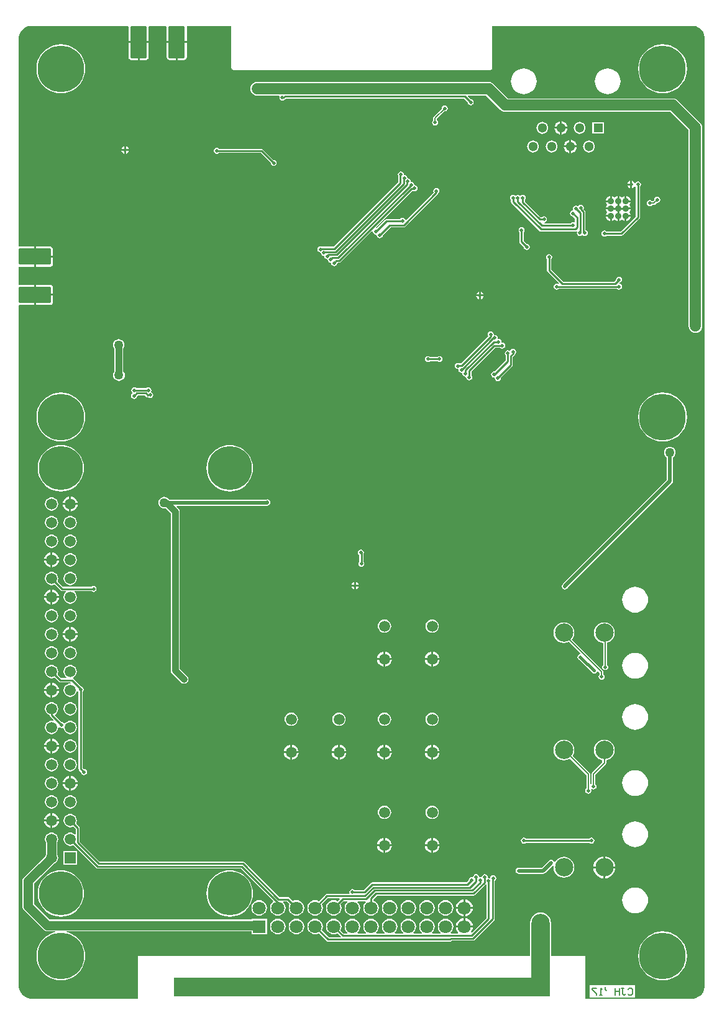
<source format=gbl>
G04 Layer_Physical_Order=2*
G04 Layer_Color=16711680*
%FSLAX25Y25*%
%MOIN*%
G70*
G01*
G75*
%ADD60C,0.05000*%
%ADD61C,0.01000*%
%ADD62C,0.00800*%
%ADD63C,0.02000*%
%ADD66C,0.01500*%
%ADD67C,0.06000*%
%ADD68C,0.03500*%
%ADD69C,0.00700*%
%ADD70R,0.05118X0.05118*%
%ADD71C,0.05118*%
%ADD72C,0.09842*%
%ADD73R,0.07087X0.07087*%
%ADD74C,0.07087*%
%ADD75C,0.25000*%
%ADD76C,0.05905*%
%ADD77R,0.05905X0.05905*%
%ADD78C,0.23622*%
G04:AMPARAMS|DCode=79|XSize=86.61mil|YSize=173.23mil|CornerRadius=4.33mil|HoleSize=0mil|Usage=FLASHONLY|Rotation=180.000|XOffset=0mil|YOffset=0mil|HoleType=Round|Shape=RoundedRectangle|*
%AMROUNDEDRECTD79*
21,1,0.08661,0.16457,0,0,180.0*
21,1,0.07795,0.17323,0,0,180.0*
1,1,0.00866,-0.03898,0.08228*
1,1,0.00866,0.03898,0.08228*
1,1,0.00866,0.03898,-0.08228*
1,1,0.00866,-0.03898,-0.08228*
%
%ADD79ROUNDEDRECTD79*%
G04:AMPARAMS|DCode=80|XSize=86.61mil|YSize=173.23mil|CornerRadius=4.33mil|HoleSize=0mil|Usage=FLASHONLY|Rotation=270.000|XOffset=0mil|YOffset=0mil|HoleType=Round|Shape=RoundedRectangle|*
%AMROUNDEDRECTD80*
21,1,0.08661,0.16457,0,0,270.0*
21,1,0.07795,0.17323,0,0,270.0*
1,1,0.00866,-0.08228,-0.03898*
1,1,0.00866,-0.08228,0.03898*
1,1,0.00866,0.08228,0.03898*
1,1,0.00866,0.08228,-0.03898*
%
%ADD80ROUNDEDRECTD80*%
%ADD81C,0.02000*%
%ADD82C,0.03500*%
%ADD83C,0.05000*%
G36*
X100886Y-259842D02*
X-100886D01*
Y-250000D01*
X91043D01*
Y-220472D01*
X100886D01*
Y-259842D01*
D02*
G37*
G36*
X-69917Y238583D02*
X-69840Y238193D01*
X-69619Y237862D01*
X-69288Y237641D01*
X-68898Y237563D01*
X68898D01*
X69288Y237641D01*
X69619Y237862D01*
X69840Y238193D01*
X69917Y238583D01*
Y261185D01*
X177165Y261185D01*
X177840D01*
X179165Y260922D01*
X180412Y260405D01*
X181535Y259655D01*
X182490Y258700D01*
X183240Y257578D01*
X183756Y256330D01*
X184020Y255006D01*
X184020Y254331D01*
X184020Y-254331D01*
Y-255006D01*
X183756Y-256330D01*
X183240Y-257577D01*
X182490Y-258700D01*
X181535Y-259655D01*
X180412Y-260405D01*
X179165Y-260922D01*
X177840Y-261185D01*
X177165Y-261185D01*
X120000D01*
Y-238189D01*
X101535D01*
Y-220472D01*
X101533Y-220466D01*
X101344Y-219031D01*
X100787Y-217688D01*
X99902Y-216535D01*
X98749Y-215650D01*
X97406Y-215093D01*
X95964Y-214903D01*
X94523Y-215093D01*
X93180Y-215650D01*
X92027Y-216535D01*
X91142Y-217688D01*
X90585Y-219031D01*
X90396Y-220466D01*
X90394Y-220472D01*
Y-238189D01*
X-120000D01*
Y-261185D01*
X-177165D01*
X-177840D01*
X-179165Y-260922D01*
X-180412Y-260405D01*
X-181535Y-259655D01*
X-182490Y-258700D01*
X-183240Y-257578D01*
X-183756Y-256330D01*
X-184020Y-255006D01*
X-184020Y-254331D01*
X-184020Y111098D01*
X-183633Y111416D01*
X-183580Y111405D01*
X-175852D01*
Y116764D01*
Y122123D01*
X-183520D01*
X-183716Y122180D01*
X-184020Y122429D01*
Y131571D01*
X-183633Y131888D01*
X-183580Y131877D01*
X-175852D01*
Y137236D01*
Y142595D01*
X-183520D01*
X-183716Y142652D01*
X-184020Y142902D01*
Y254331D01*
Y255006D01*
X-183756Y256330D01*
X-183240Y257577D01*
X-182490Y258700D01*
X-181535Y259655D01*
X-180412Y260405D01*
X-179165Y260922D01*
X-177840Y261185D01*
X-177165Y261185D01*
X-125401D01*
X-125083Y260799D01*
X-125095Y260741D01*
Y253013D01*
X-119736D01*
X-114377D01*
Y260741D01*
X-114389Y260799D01*
X-114072Y261185D01*
X-104928D01*
X-104611Y260799D01*
X-104623Y260741D01*
Y253013D01*
X-99264D01*
X-93905D01*
Y260741D01*
X-93916Y260799D01*
X-93599Y261185D01*
X-69917D01*
Y238583D01*
D02*
G37*
%LPC*%
G36*
X-156417Y-121968D02*
X-157345Y-122090D01*
X-158209Y-122448D01*
X-158951Y-123017D01*
X-159521Y-123759D01*
X-159879Y-124624D01*
X-160001Y-125551D01*
X-159879Y-126479D01*
X-159521Y-127343D01*
X-158951Y-128085D01*
X-158209Y-128655D01*
X-157345Y-129013D01*
X-156417Y-129135D01*
X-155490Y-129013D01*
X-154626Y-128655D01*
X-153884Y-128085D01*
X-153314Y-127343D01*
X-152956Y-126479D01*
X-152834Y-125551D01*
X-152956Y-124624D01*
X-153314Y-123759D01*
X-153884Y-123017D01*
X-154626Y-122448D01*
X-155490Y-122090D01*
X-156417Y-121968D01*
D02*
G37*
G36*
X-38295Y-124937D02*
X-38827Y-125007D01*
X-39789Y-125405D01*
X-40614Y-126039D01*
X-41248Y-126865D01*
X-41646Y-127826D01*
X-41716Y-128358D01*
X-38295D01*
Y-124937D01*
D02*
G37*
G36*
X-12705D02*
X-13237Y-125007D01*
X-14198Y-125405D01*
X-15024Y-126039D01*
X-15657Y-126865D01*
X-16056Y-127826D01*
X-16126Y-128358D01*
X-12705D01*
Y-124937D01*
D02*
G37*
G36*
X-8284Y-129358D02*
X-11705D01*
Y-132779D01*
X-11173Y-132709D01*
X-10211Y-132311D01*
X-9386Y-131677D01*
X-8752Y-130851D01*
X-8354Y-129890D01*
X-8284Y-129358D01*
D02*
G37*
G36*
X-166917Y-126051D02*
X-170338D01*
X-170268Y-126583D01*
X-169870Y-127545D01*
X-169237Y-128370D01*
X-168411Y-129004D01*
X-167449Y-129402D01*
X-166917Y-129472D01*
Y-126051D01*
D02*
G37*
G36*
X-162496D02*
X-165917D01*
Y-129472D01*
X-165385Y-129402D01*
X-164424Y-129004D01*
X-163598Y-128370D01*
X-162965Y-127545D01*
X-162566Y-126583D01*
X-162496Y-126051D01*
D02*
G37*
G36*
X38295Y-124937D02*
Y-128358D01*
X41716D01*
X41646Y-127826D01*
X41248Y-126865D01*
X40615Y-126039D01*
X39789Y-125405D01*
X38827Y-125007D01*
X38295Y-124937D01*
D02*
G37*
G36*
X-37295D02*
Y-128358D01*
X-33874D01*
X-33944Y-127826D01*
X-34343Y-126865D01*
X-34976Y-126039D01*
X-35802Y-125405D01*
X-36763Y-125007D01*
X-37295Y-124937D01*
D02*
G37*
G36*
X-11705D02*
Y-128358D01*
X-8284D01*
X-8354Y-127826D01*
X-8752Y-126865D01*
X-9386Y-126039D01*
X-10211Y-125405D01*
X-11173Y-125007D01*
X-11705Y-124937D01*
D02*
G37*
G36*
X11705D02*
X11173Y-125007D01*
X10211Y-125405D01*
X9386Y-126039D01*
X8752Y-126865D01*
X8354Y-127826D01*
X8284Y-128358D01*
X11705D01*
Y-124937D01*
D02*
G37*
G36*
X12705D02*
Y-128358D01*
X16126D01*
X16056Y-127826D01*
X15657Y-126865D01*
X15024Y-126039D01*
X14198Y-125405D01*
X13237Y-125007D01*
X12705Y-124937D01*
D02*
G37*
G36*
X37295D02*
X36764Y-125007D01*
X35802Y-125405D01*
X34976Y-126039D01*
X34343Y-126865D01*
X33944Y-127826D01*
X33874Y-128358D01*
X37295D01*
Y-124937D01*
D02*
G37*
G36*
X-166417Y-131968D02*
X-167345Y-132090D01*
X-168209Y-132448D01*
X-168951Y-133017D01*
X-169521Y-133759D01*
X-169879Y-134624D01*
X-170001Y-135551D01*
X-169879Y-136479D01*
X-169521Y-137343D01*
X-168951Y-138085D01*
X-168209Y-138654D01*
X-167345Y-139013D01*
X-166417Y-139135D01*
X-165490Y-139013D01*
X-164626Y-138654D01*
X-163883Y-138085D01*
X-163314Y-137343D01*
X-162956Y-136479D01*
X-162834Y-135551D01*
X-162956Y-134624D01*
X-163314Y-133759D01*
X-163883Y-133017D01*
X-164626Y-132448D01*
X-165490Y-132090D01*
X-166417Y-131968D01*
D02*
G37*
G36*
X-156417D02*
X-157345Y-132090D01*
X-158209Y-132448D01*
X-158951Y-133017D01*
X-159521Y-133759D01*
X-159879Y-134624D01*
X-160001Y-135551D01*
X-159879Y-136479D01*
X-159521Y-137343D01*
X-158951Y-138085D01*
X-158209Y-138654D01*
X-157345Y-139013D01*
X-156417Y-139135D01*
X-155490Y-139013D01*
X-154626Y-138654D01*
X-153884Y-138085D01*
X-153314Y-137343D01*
X-152956Y-136479D01*
X-152834Y-135551D01*
X-152956Y-134624D01*
X-153314Y-133759D01*
X-153884Y-133017D01*
X-154626Y-132448D01*
X-155490Y-132090D01*
X-156417Y-131968D01*
D02*
G37*
G36*
X-38295Y-129358D02*
X-41716D01*
X-41646Y-129890D01*
X-41248Y-130851D01*
X-40614Y-131677D01*
X-39789Y-132311D01*
X-38827Y-132709D01*
X-38295Y-132779D01*
Y-129358D01*
D02*
G37*
G36*
X130108Y-122108D02*
X128666Y-122298D01*
X127323Y-122854D01*
X126170Y-123739D01*
X125285Y-124893D01*
X124729Y-126236D01*
X124539Y-127677D01*
X124729Y-129119D01*
X125285Y-130462D01*
X126170Y-131615D01*
X127323Y-132500D01*
X128666Y-133056D01*
X129088Y-133112D01*
Y-134258D01*
X123556Y-139790D01*
X123335Y-140121D01*
X123258Y-140511D01*
Y-145860D01*
X123020Y-146056D01*
X122520Y-145820D01*
Y-140723D01*
X122442Y-140333D01*
X122221Y-140002D01*
X113018Y-130799D01*
X113277Y-130462D01*
X113833Y-129119D01*
X114023Y-127677D01*
X113833Y-126236D01*
X113277Y-124893D01*
X112392Y-123739D01*
X111239Y-122854D01*
X109895Y-122298D01*
X108454Y-122108D01*
X107013Y-122298D01*
X105670Y-122854D01*
X104516Y-123739D01*
X103631Y-124893D01*
X103075Y-126236D01*
X102885Y-127677D01*
X103075Y-129119D01*
X103631Y-130462D01*
X104516Y-131615D01*
X105670Y-132500D01*
X107013Y-133056D01*
X108454Y-133246D01*
X109895Y-133056D01*
X111239Y-132500D01*
X111576Y-132241D01*
X120480Y-141146D01*
Y-148257D01*
X120346Y-148346D01*
X119993Y-148876D01*
X119869Y-149500D01*
X119993Y-150124D01*
X120346Y-150654D01*
X120876Y-151007D01*
X121500Y-151131D01*
X122124Y-151007D01*
X122653Y-150654D01*
X123007Y-150124D01*
X123131Y-149500D01*
X123021Y-148947D01*
X123183Y-148767D01*
X123426Y-148616D01*
X123653Y-148767D01*
X124277Y-148892D01*
X124901Y-148767D01*
X125431Y-148414D01*
X125784Y-147885D01*
X125909Y-147260D01*
X125784Y-146636D01*
X125431Y-146107D01*
X125297Y-146017D01*
Y-140934D01*
X130829Y-135402D01*
X131050Y-135071D01*
X131127Y-134681D01*
Y-133112D01*
X131549Y-133056D01*
X132892Y-132500D01*
X134045Y-131615D01*
X134930Y-130462D01*
X135487Y-129119D01*
X135677Y-127677D01*
X135487Y-126236D01*
X134930Y-124893D01*
X134045Y-123739D01*
X132892Y-122854D01*
X131549Y-122298D01*
X130108Y-122108D01*
D02*
G37*
G36*
X-156917Y-141630D02*
X-157449Y-141700D01*
X-158411Y-142098D01*
X-159237Y-142732D01*
X-159870Y-143558D01*
X-160268Y-144519D01*
X-160338Y-145051D01*
X-156917D01*
Y-141630D01*
D02*
G37*
G36*
X-155917D02*
Y-145051D01*
X-152496D01*
X-152566Y-144519D01*
X-152965Y-143558D01*
X-153598Y-142732D01*
X-154424Y-142098D01*
X-155385Y-141700D01*
X-155917Y-141630D01*
D02*
G37*
G36*
X37295Y-129358D02*
X33874D01*
X33944Y-129890D01*
X34343Y-130851D01*
X34976Y-131677D01*
X35802Y-132311D01*
X36764Y-132709D01*
X37295Y-132779D01*
Y-129358D01*
D02*
G37*
G36*
X41716D02*
X38295D01*
Y-132779D01*
X38827Y-132709D01*
X39789Y-132311D01*
X40615Y-131677D01*
X41248Y-130851D01*
X41646Y-129890D01*
X41716Y-129358D01*
D02*
G37*
G36*
X-33874D02*
X-37295D01*
Y-132779D01*
X-36763Y-132709D01*
X-35802Y-132311D01*
X-34976Y-131677D01*
X-34343Y-130851D01*
X-33944Y-129890D01*
X-33874Y-129358D01*
D02*
G37*
G36*
X-12705D02*
X-16126D01*
X-16056Y-129890D01*
X-15657Y-130851D01*
X-15024Y-131677D01*
X-14198Y-132311D01*
X-13237Y-132709D01*
X-12705Y-132779D01*
Y-129358D01*
D02*
G37*
G36*
X11705D02*
X8284D01*
X8354Y-129890D01*
X8752Y-130851D01*
X9386Y-131677D01*
X10211Y-132311D01*
X11173Y-132709D01*
X11705Y-132779D01*
Y-129358D01*
D02*
G37*
G36*
X16126D02*
X12705D01*
Y-132779D01*
X13237Y-132709D01*
X14198Y-132311D01*
X15024Y-131677D01*
X15657Y-130851D01*
X16056Y-129890D01*
X16126Y-129358D01*
D02*
G37*
G36*
X146643Y-75469D02*
X145291Y-75602D01*
X143990Y-75997D01*
X142791Y-76637D01*
X141741Y-77500D01*
X140879Y-78550D01*
X140238Y-79749D01*
X139844Y-81049D01*
X139710Y-82402D01*
X139844Y-83754D01*
X140238Y-85055D01*
X140879Y-86253D01*
X141741Y-87304D01*
X142791Y-88166D01*
X143990Y-88806D01*
X145291Y-89201D01*
X146643Y-89334D01*
X147995Y-89201D01*
X149296Y-88806D01*
X150495Y-88166D01*
X151545Y-87304D01*
X152407Y-86253D01*
X153048Y-85055D01*
X153442Y-83754D01*
X153576Y-82402D01*
X153442Y-81049D01*
X153048Y-79749D01*
X152407Y-78550D01*
X151545Y-77500D01*
X150495Y-76637D01*
X149296Y-75997D01*
X147995Y-75602D01*
X146643Y-75469D01*
D02*
G37*
G36*
X-156417Y-81968D02*
X-157345Y-82090D01*
X-158209Y-82448D01*
X-158951Y-83017D01*
X-159521Y-83759D01*
X-159879Y-84624D01*
X-160001Y-85551D01*
X-159879Y-86479D01*
X-159521Y-87343D01*
X-158951Y-88085D01*
X-158291Y-88591D01*
X-158337Y-88914D01*
X-158425Y-89091D01*
X-161291D01*
X-163234Y-87149D01*
X-162956Y-86479D01*
X-162834Y-85551D01*
X-162956Y-84624D01*
X-163314Y-83759D01*
X-163883Y-83017D01*
X-164626Y-82448D01*
X-165490Y-82090D01*
X-166417Y-81968D01*
X-167345Y-82090D01*
X-168209Y-82448D01*
X-168951Y-83017D01*
X-169521Y-83759D01*
X-169879Y-84624D01*
X-170001Y-85551D01*
X-169879Y-86479D01*
X-169521Y-87343D01*
X-168951Y-88085D01*
X-168209Y-88655D01*
X-167345Y-89012D01*
X-166417Y-89135D01*
X-165490Y-89012D01*
X-164820Y-88735D01*
X-162549Y-91006D01*
X-162549Y-91006D01*
X-162185Y-91249D01*
X-161756Y-91335D01*
X-161756Y-91335D01*
X-156244D01*
X-156125Y-91502D01*
X-156407Y-91969D01*
X-156417Y-91968D01*
X-157345Y-92090D01*
X-158209Y-92448D01*
X-158951Y-93017D01*
X-159521Y-93760D01*
X-159879Y-94624D01*
X-160001Y-95551D01*
X-159879Y-96479D01*
X-159521Y-97343D01*
X-158951Y-98085D01*
X-158209Y-98655D01*
X-157345Y-99013D01*
X-156417Y-99135D01*
X-155490Y-99013D01*
X-154626Y-98655D01*
X-153884Y-98085D01*
X-153314Y-97343D01*
X-152956Y-96479D01*
X-152869Y-95821D01*
X-152363Y-95805D01*
X-152354Y-95850D01*
X-152000Y-96379D01*
X-151968Y-96401D01*
Y-137657D01*
X-151968Y-137657D01*
X-151883Y-138086D01*
X-151640Y-138450D01*
X-150624Y-139466D01*
X-150631Y-139504D01*
X-150507Y-140128D01*
X-150154Y-140658D01*
X-149624Y-141011D01*
X-149000Y-141136D01*
X-148376Y-141011D01*
X-147846Y-140658D01*
X-147493Y-140128D01*
X-147369Y-139504D01*
X-147493Y-138880D01*
X-147846Y-138351D01*
X-148376Y-137997D01*
X-149000Y-137873D01*
X-149038Y-137880D01*
X-149725Y-137193D01*
Y-96401D01*
X-149693Y-96379D01*
X-149340Y-95850D01*
X-149215Y-95226D01*
X-149340Y-94602D01*
X-149693Y-94072D01*
X-150223Y-93719D01*
X-150501Y-93663D01*
X-154744Y-89420D01*
X-154906Y-89312D01*
X-154866Y-88754D01*
X-154626Y-88655D01*
X-153884Y-88085D01*
X-153314Y-87343D01*
X-152956Y-86479D01*
X-152834Y-85551D01*
X-152956Y-84624D01*
X-153314Y-83759D01*
X-153884Y-83017D01*
X-154626Y-82448D01*
X-155490Y-82090D01*
X-156417Y-81968D01*
D02*
G37*
G36*
X130108Y-59116D02*
X128666Y-59306D01*
X127323Y-59862D01*
X126170Y-60747D01*
X125285Y-61901D01*
X124729Y-63244D01*
X124539Y-64685D01*
X124729Y-66127D01*
X125285Y-67470D01*
X126170Y-68623D01*
X127323Y-69508D01*
X128666Y-70064D01*
X129568Y-70183D01*
Y-81880D01*
X129434Y-81969D01*
X129080Y-82499D01*
X128956Y-83123D01*
X129080Y-83747D01*
X129434Y-84277D01*
X129963Y-84630D01*
X130587Y-84754D01*
X131212Y-84630D01*
X131741Y-84277D01*
X132095Y-83747D01*
X132219Y-83123D01*
X132095Y-82499D01*
X131741Y-81969D01*
X131607Y-81880D01*
Y-70040D01*
X132892Y-69508D01*
X134045Y-68623D01*
X134930Y-67470D01*
X135487Y-66127D01*
X135677Y-64685D01*
X135487Y-63244D01*
X134930Y-61901D01*
X134045Y-60747D01*
X132892Y-59862D01*
X131549Y-59306D01*
X130108Y-59116D01*
D02*
G37*
G36*
X-165917Y-91630D02*
Y-95051D01*
X-162496D01*
X-162566Y-94519D01*
X-162965Y-93558D01*
X-163598Y-92732D01*
X-164424Y-92098D01*
X-165385Y-91700D01*
X-165917Y-91630D01*
D02*
G37*
G36*
X-105951Y8261D02*
X-106760Y8155D01*
X-107514Y7842D01*
X-108162Y7345D01*
X-108659Y6698D01*
X-108971Y5944D01*
X-109078Y5134D01*
X-108971Y4325D01*
X-108659Y3571D01*
X-108162Y2923D01*
X-107514Y2427D01*
X-106760Y2114D01*
X-105951Y2008D01*
X-105219Y2104D01*
X-102469Y-646D01*
Y-85035D01*
X-102469Y-85035D01*
X-102286Y-85952D01*
X-101767Y-86730D01*
X-97127Y-91370D01*
X-96349Y-91889D01*
X-95432Y-92071D01*
X-94516Y-91889D01*
X-93738Y-91370D01*
X-93219Y-90592D01*
X-93036Y-89675D01*
X-93219Y-88758D01*
X-93738Y-87981D01*
X-97676Y-84043D01*
Y347D01*
X-97859Y1263D01*
X-98378Y2041D01*
X-98378Y2041D01*
X-99379Y3041D01*
X-99187Y3503D01*
X-50757D01*
X-50133Y3627D01*
X-49603Y3981D01*
X-49443Y4142D01*
X-49089Y4671D01*
X-48965Y5295D01*
X-49089Y5920D01*
X-49443Y6449D01*
X-49972Y6803D01*
X-50596Y6927D01*
X-51220Y6803D01*
X-51275Y6766D01*
X-103103D01*
X-103166Y6829D01*
X-103530Y7072D01*
X-103740Y7345D01*
X-104387Y7842D01*
X-105142Y8155D01*
X-105951Y8261D01*
D02*
G37*
G36*
X108454Y-59116D02*
X107013Y-59306D01*
X105670Y-59862D01*
X104516Y-60747D01*
X103631Y-61901D01*
X103075Y-63244D01*
X102885Y-64685D01*
X103075Y-66127D01*
X103631Y-67470D01*
X104516Y-68623D01*
X105670Y-69508D01*
X107013Y-70064D01*
X108454Y-70254D01*
X109895Y-70064D01*
X111095Y-69567D01*
X117216Y-75688D01*
X117051Y-76230D01*
X116741Y-76292D01*
X116212Y-76645D01*
X115858Y-77175D01*
X115734Y-77799D01*
X115858Y-78423D01*
X116212Y-78952D01*
X116741Y-79306D01*
X116972Y-79352D01*
X123163Y-85543D01*
X123167Y-85560D01*
X123520Y-86089D01*
X124049Y-86443D01*
X124674Y-86567D01*
X125298Y-86443D01*
X125827Y-86089D01*
X126181Y-85560D01*
X126214Y-85393D01*
X126757Y-85228D01*
X127660Y-86132D01*
Y-87031D01*
X127526Y-87120D01*
X127173Y-87650D01*
X127049Y-88274D01*
X127173Y-88898D01*
X127526Y-89427D01*
X128056Y-89781D01*
X128680Y-89905D01*
X129304Y-89781D01*
X129833Y-89427D01*
X130187Y-88898D01*
X130311Y-88274D01*
X130187Y-87650D01*
X129833Y-87120D01*
X129700Y-87031D01*
Y-85732D01*
X129622Y-85341D01*
X129401Y-85011D01*
X129284Y-84894D01*
X129240Y-84828D01*
X112671Y-68259D01*
X113277Y-67470D01*
X113833Y-66127D01*
X114023Y-64685D01*
X113833Y-63244D01*
X113277Y-61901D01*
X112392Y-60747D01*
X111239Y-59862D01*
X109895Y-59306D01*
X108454Y-59116D01*
D02*
G37*
G36*
X41716Y-79358D02*
X38295D01*
Y-82779D01*
X38827Y-82709D01*
X39789Y-82311D01*
X40615Y-81677D01*
X41248Y-80852D01*
X41646Y-79890D01*
X41716Y-79358D01*
D02*
G37*
G36*
X-166417Y-71968D02*
X-167345Y-72090D01*
X-168209Y-72448D01*
X-168951Y-73017D01*
X-169521Y-73760D01*
X-169879Y-74624D01*
X-170001Y-75551D01*
X-169879Y-76479D01*
X-169521Y-77343D01*
X-168951Y-78085D01*
X-168209Y-78654D01*
X-167345Y-79013D01*
X-166417Y-79135D01*
X-165490Y-79013D01*
X-164626Y-78654D01*
X-163883Y-78085D01*
X-163314Y-77343D01*
X-162956Y-76479D01*
X-162834Y-75551D01*
X-162956Y-74624D01*
X-163314Y-73760D01*
X-163883Y-73017D01*
X-164626Y-72448D01*
X-165490Y-72090D01*
X-166417Y-71968D01*
D02*
G37*
G36*
X-156417D02*
X-157345Y-72090D01*
X-158209Y-72448D01*
X-158951Y-73017D01*
X-159521Y-73760D01*
X-159879Y-74624D01*
X-160001Y-75551D01*
X-159879Y-76479D01*
X-159521Y-77343D01*
X-158951Y-78085D01*
X-158209Y-78654D01*
X-157345Y-79013D01*
X-156417Y-79135D01*
X-155490Y-79013D01*
X-154626Y-78654D01*
X-153884Y-78085D01*
X-153314Y-77343D01*
X-152956Y-76479D01*
X-152834Y-75551D01*
X-152956Y-74624D01*
X-153314Y-73760D01*
X-153884Y-73017D01*
X-154626Y-72448D01*
X-155490Y-72090D01*
X-156417Y-71968D01*
D02*
G37*
G36*
X11705Y-79358D02*
X8284D01*
X8354Y-79890D01*
X8752Y-80852D01*
X9386Y-81677D01*
X10211Y-82311D01*
X11173Y-82709D01*
X11705Y-82779D01*
Y-79358D01*
D02*
G37*
G36*
X16126D02*
X12705D01*
Y-82779D01*
X13237Y-82709D01*
X14198Y-82311D01*
X15024Y-81677D01*
X15657Y-80852D01*
X16056Y-79890D01*
X16126Y-79358D01*
D02*
G37*
G36*
X37295D02*
X33874D01*
X33944Y-79890D01*
X34343Y-80852D01*
X34976Y-81677D01*
X35802Y-82311D01*
X36764Y-82709D01*
X37295Y-82779D01*
Y-79358D01*
D02*
G37*
G36*
X-37795Y-107558D02*
X-38723Y-107680D01*
X-39587Y-108038D01*
X-40329Y-108608D01*
X-40898Y-109350D01*
X-41256Y-110214D01*
X-41379Y-111142D01*
X-41256Y-112069D01*
X-40898Y-112933D01*
X-40329Y-113676D01*
X-39587Y-114245D01*
X-38723Y-114603D01*
X-37795Y-114725D01*
X-36868Y-114603D01*
X-36004Y-114245D01*
X-35261Y-113676D01*
X-34692Y-112933D01*
X-34334Y-112069D01*
X-34212Y-111142D01*
X-34334Y-110214D01*
X-34692Y-109350D01*
X-35261Y-108608D01*
X-36004Y-108038D01*
X-36868Y-107680D01*
X-37795Y-107558D01*
D02*
G37*
G36*
X-12205D02*
X-13132Y-107680D01*
X-13996Y-108038D01*
X-14739Y-108608D01*
X-15308Y-109350D01*
X-15666Y-110214D01*
X-15788Y-111142D01*
X-15666Y-112069D01*
X-15308Y-112933D01*
X-14739Y-113676D01*
X-13996Y-114245D01*
X-13132Y-114603D01*
X-12205Y-114725D01*
X-11277Y-114603D01*
X-10413Y-114245D01*
X-9671Y-113676D01*
X-9101Y-112933D01*
X-8743Y-112069D01*
X-8621Y-111142D01*
X-8743Y-110214D01*
X-9101Y-109350D01*
X-9671Y-108608D01*
X-10413Y-108038D01*
X-11277Y-107680D01*
X-12205Y-107558D01*
D02*
G37*
G36*
X12205D02*
X11277Y-107680D01*
X10413Y-108038D01*
X9671Y-108608D01*
X9102Y-109350D01*
X8743Y-110214D01*
X8621Y-111142D01*
X8743Y-112069D01*
X9102Y-112933D01*
X9671Y-113676D01*
X10413Y-114245D01*
X11277Y-114603D01*
X12205Y-114725D01*
X13132Y-114603D01*
X13996Y-114245D01*
X14739Y-113676D01*
X15308Y-112933D01*
X15666Y-112069D01*
X15788Y-111142D01*
X15666Y-110214D01*
X15308Y-109350D01*
X14739Y-108608D01*
X13996Y-108038D01*
X13132Y-107680D01*
X12205Y-107558D01*
D02*
G37*
G36*
X-166917Y-121630D02*
X-167449Y-121700D01*
X-168411Y-122099D01*
X-169237Y-122732D01*
X-169870Y-123558D01*
X-170268Y-124519D01*
X-170338Y-125051D01*
X-166917D01*
Y-121630D01*
D02*
G37*
G36*
X-165917D02*
Y-125051D01*
X-162496D01*
X-162566Y-124519D01*
X-162965Y-123558D01*
X-163598Y-122732D01*
X-164424Y-122099D01*
X-165385Y-121700D01*
X-165917Y-121630D01*
D02*
G37*
G36*
X146643Y-103028D02*
X145291Y-103161D01*
X143990Y-103556D01*
X142791Y-104196D01*
X141741Y-105059D01*
X140879Y-106109D01*
X140238Y-107308D01*
X139844Y-108608D01*
X139710Y-109961D01*
X139844Y-111313D01*
X140238Y-112614D01*
X140879Y-113812D01*
X141741Y-114863D01*
X142791Y-115725D01*
X143990Y-116366D01*
X145291Y-116760D01*
X146643Y-116893D01*
X147995Y-116760D01*
X149296Y-116366D01*
X150495Y-115725D01*
X151545Y-114863D01*
X152407Y-113812D01*
X153048Y-112614D01*
X153442Y-111313D01*
X153576Y-109961D01*
X153442Y-108608D01*
X153048Y-107308D01*
X152407Y-106109D01*
X151545Y-105059D01*
X150495Y-104196D01*
X149296Y-103556D01*
X147995Y-103161D01*
X146643Y-103028D01*
D02*
G37*
G36*
X-166917Y-96051D02*
X-170338D01*
X-170268Y-96583D01*
X-169870Y-97545D01*
X-169237Y-98370D01*
X-168411Y-99004D01*
X-167449Y-99402D01*
X-166917Y-99472D01*
Y-96051D01*
D02*
G37*
G36*
X-162496D02*
X-165917D01*
Y-99472D01*
X-165385Y-99402D01*
X-164424Y-99004D01*
X-163598Y-98370D01*
X-162965Y-97545D01*
X-162566Y-96583D01*
X-162496Y-96051D01*
D02*
G37*
G36*
X-166917Y-91630D02*
X-167449Y-91700D01*
X-168411Y-92098D01*
X-169237Y-92732D01*
X-169870Y-93558D01*
X-170268Y-94519D01*
X-170338Y-95051D01*
X-166917D01*
Y-91630D01*
D02*
G37*
G36*
X37795Y-107558D02*
X36868Y-107680D01*
X36004Y-108038D01*
X35261Y-108608D01*
X34692Y-109350D01*
X34334Y-110214D01*
X34212Y-111142D01*
X34334Y-112069D01*
X34692Y-112933D01*
X35261Y-113676D01*
X36004Y-114245D01*
X36868Y-114603D01*
X37795Y-114725D01*
X38723Y-114603D01*
X39587Y-114245D01*
X40329Y-113676D01*
X40899Y-112933D01*
X41257Y-112069D01*
X41379Y-111142D01*
X41257Y-110214D01*
X40899Y-109350D01*
X40329Y-108608D01*
X39587Y-108038D01*
X38723Y-107680D01*
X37795Y-107558D01*
D02*
G37*
G36*
X-166417Y-101968D02*
X-167345Y-102090D01*
X-168209Y-102448D01*
X-168951Y-103017D01*
X-169521Y-103760D01*
X-169879Y-104624D01*
X-170001Y-105551D01*
X-169879Y-106479D01*
X-169521Y-107343D01*
X-168951Y-108085D01*
X-168209Y-108654D01*
X-167539Y-108932D01*
Y-108961D01*
X-167539Y-108961D01*
X-167454Y-109390D01*
X-167210Y-109754D01*
X-165336Y-111628D01*
X-165395Y-111803D01*
X-165595Y-112076D01*
X-166417Y-111968D01*
X-167345Y-112090D01*
X-168209Y-112448D01*
X-168951Y-113017D01*
X-169521Y-113760D01*
X-169879Y-114624D01*
X-170001Y-115551D01*
X-169879Y-116479D01*
X-169521Y-117343D01*
X-168951Y-118085D01*
X-168209Y-118655D01*
X-167345Y-119012D01*
X-166417Y-119135D01*
X-165490Y-119012D01*
X-164626Y-118655D01*
X-163883Y-118085D01*
X-163314Y-117343D01*
X-162956Y-116479D01*
X-162834Y-115551D01*
X-162840Y-115503D01*
X-162360Y-115322D01*
X-162353Y-115332D01*
X-161823Y-115686D01*
X-161199Y-115810D01*
X-160575Y-115686D01*
X-160494Y-115632D01*
X-159958Y-115875D01*
X-159879Y-116479D01*
X-159521Y-117343D01*
X-158951Y-118085D01*
X-158209Y-118655D01*
X-157345Y-119012D01*
X-156417Y-119135D01*
X-155490Y-119012D01*
X-154626Y-118655D01*
X-153884Y-118085D01*
X-153314Y-117343D01*
X-152956Y-116479D01*
X-152834Y-115551D01*
X-152956Y-114624D01*
X-153314Y-113760D01*
X-153884Y-113017D01*
X-154626Y-112448D01*
X-155490Y-112090D01*
X-156417Y-111968D01*
X-157345Y-112090D01*
X-158209Y-112448D01*
X-158951Y-113017D01*
X-159242Y-113396D01*
X-159267Y-113405D01*
X-159832Y-113344D01*
X-160046Y-113025D01*
X-160575Y-112672D01*
X-161199Y-112548D01*
X-161237Y-112555D01*
X-164652Y-109140D01*
X-164515Y-108570D01*
X-163883Y-108085D01*
X-163314Y-107343D01*
X-162956Y-106479D01*
X-162834Y-105551D01*
X-162956Y-104624D01*
X-163314Y-103760D01*
X-163883Y-103017D01*
X-164626Y-102448D01*
X-165490Y-102090D01*
X-166417Y-101968D01*
D02*
G37*
G36*
X-156417D02*
X-157345Y-102090D01*
X-158209Y-102448D01*
X-158951Y-103017D01*
X-159521Y-103760D01*
X-159879Y-104624D01*
X-160001Y-105551D01*
X-159879Y-106479D01*
X-159521Y-107343D01*
X-158951Y-108085D01*
X-158209Y-108654D01*
X-157345Y-109012D01*
X-156417Y-109135D01*
X-155490Y-109012D01*
X-154626Y-108654D01*
X-153884Y-108085D01*
X-153314Y-107343D01*
X-152956Y-106479D01*
X-152834Y-105551D01*
X-152956Y-104624D01*
X-153314Y-103760D01*
X-153884Y-103017D01*
X-154626Y-102448D01*
X-155490Y-102090D01*
X-156417Y-101968D01*
D02*
G37*
G36*
X-166417Y-141968D02*
X-167345Y-142090D01*
X-168209Y-142448D01*
X-168951Y-143017D01*
X-169521Y-143760D01*
X-169879Y-144624D01*
X-170001Y-145551D01*
X-169879Y-146479D01*
X-169521Y-147343D01*
X-168951Y-148085D01*
X-168209Y-148654D01*
X-167345Y-149012D01*
X-166417Y-149135D01*
X-165490Y-149012D01*
X-164626Y-148654D01*
X-163883Y-148085D01*
X-163314Y-147343D01*
X-162956Y-146479D01*
X-162834Y-145551D01*
X-162956Y-144624D01*
X-163314Y-143760D01*
X-163883Y-143017D01*
X-164626Y-142448D01*
X-165490Y-142090D01*
X-166417Y-141968D01*
D02*
G37*
G36*
X45000Y-208262D02*
X43918Y-208404D01*
X42911Y-208822D01*
X42045Y-209486D01*
X41381Y-210351D01*
X40963Y-211359D01*
X40821Y-212441D01*
X40963Y-213523D01*
X41381Y-214530D01*
X42045Y-215396D01*
X42911Y-216060D01*
X43918Y-216478D01*
X45000Y-216620D01*
X46082Y-216478D01*
X47089Y-216060D01*
X47955Y-215396D01*
X48619Y-214530D01*
X49037Y-213523D01*
X49179Y-212441D01*
X49037Y-211359D01*
X48619Y-210351D01*
X47955Y-209486D01*
X47089Y-208822D01*
X46082Y-208404D01*
X45000Y-208262D01*
D02*
G37*
G36*
X146643Y-201453D02*
X145291Y-201587D01*
X143990Y-201981D01*
X142791Y-202622D01*
X141741Y-203484D01*
X140879Y-204534D01*
X140238Y-205733D01*
X139844Y-207033D01*
X139710Y-208386D01*
X139844Y-209738D01*
X140238Y-211039D01*
X140879Y-212238D01*
X141741Y-213288D01*
X142791Y-214150D01*
X143990Y-214791D01*
X145291Y-215185D01*
X146643Y-215319D01*
X147995Y-215185D01*
X149296Y-214791D01*
X150495Y-214150D01*
X151545Y-213288D01*
X152407Y-212238D01*
X153048Y-211039D01*
X153442Y-209738D01*
X153576Y-208386D01*
X153442Y-207033D01*
X153048Y-205733D01*
X152407Y-204534D01*
X151545Y-203484D01*
X150495Y-202622D01*
X149296Y-201981D01*
X147995Y-201587D01*
X146643Y-201453D01*
D02*
G37*
G36*
X54500Y-207924D02*
X53814Y-208015D01*
X52709Y-208472D01*
X51760Y-209201D01*
X51031Y-210150D01*
X50574Y-211255D01*
X50483Y-211941D01*
X54500D01*
Y-207924D01*
D02*
G37*
G36*
X15000Y-208262D02*
X13918Y-208404D01*
X12911Y-208822D01*
X12045Y-209486D01*
X11381Y-210351D01*
X10963Y-211359D01*
X10821Y-212441D01*
X10963Y-213523D01*
X11381Y-214530D01*
X12045Y-215396D01*
X12911Y-216060D01*
X13918Y-216478D01*
X15000Y-216620D01*
X16082Y-216478D01*
X17089Y-216060D01*
X17955Y-215396D01*
X18619Y-214530D01*
X19037Y-213523D01*
X19179Y-212441D01*
X19037Y-211359D01*
X18619Y-210351D01*
X17955Y-209486D01*
X17089Y-208822D01*
X16082Y-208404D01*
X15000Y-208262D01*
D02*
G37*
G36*
X25000D02*
X23918Y-208404D01*
X22910Y-208822D01*
X22045Y-209486D01*
X21381Y-210351D01*
X20963Y-211359D01*
X20821Y-212441D01*
X20963Y-213523D01*
X21381Y-214530D01*
X22045Y-215396D01*
X22910Y-216060D01*
X23918Y-216478D01*
X25000Y-216620D01*
X26082Y-216478D01*
X27090Y-216060D01*
X27955Y-215396D01*
X28619Y-214530D01*
X29037Y-213523D01*
X29179Y-212441D01*
X29037Y-211359D01*
X28619Y-210351D01*
X27955Y-209486D01*
X27090Y-208822D01*
X26082Y-208404D01*
X25000Y-208262D01*
D02*
G37*
G36*
X35000D02*
X33918Y-208404D01*
X32910Y-208822D01*
X32045Y-209486D01*
X31381Y-210351D01*
X30963Y-211359D01*
X30821Y-212441D01*
X30963Y-213523D01*
X31381Y-214530D01*
X32045Y-215396D01*
X32910Y-216060D01*
X33918Y-216478D01*
X35000Y-216620D01*
X36082Y-216478D01*
X37089Y-216060D01*
X37955Y-215396D01*
X38619Y-214530D01*
X39037Y-213523D01*
X39179Y-212441D01*
X39037Y-211359D01*
X38619Y-210351D01*
X37955Y-209486D01*
X37089Y-208822D01*
X36082Y-208404D01*
X35000Y-208262D01*
D02*
G37*
G36*
X61268Y-194291D02*
X60644Y-194415D01*
X60114Y-194769D01*
X59761Y-195298D01*
X59641Y-195902D01*
X59161Y-195901D01*
X59000Y-195869D01*
X58376Y-195993D01*
X57846Y-196346D01*
X57493Y-196876D01*
X57369Y-197500D01*
X57376Y-197538D01*
X56170Y-198744D01*
X5659D01*
X5659Y-198744D01*
X5230Y-198829D01*
X4866Y-199073D01*
X4866Y-199073D01*
X1060Y-202878D01*
X-3825D01*
X-3847Y-202847D01*
X-4376Y-202493D01*
X-5000Y-202369D01*
X-5624Y-202493D01*
X-6154Y-202847D01*
X-6507Y-203376D01*
X-6631Y-204000D01*
X-6547Y-204426D01*
X-6861Y-204926D01*
X-18607D01*
X-18607Y-204926D01*
X-19036Y-205012D01*
X-19400Y-205255D01*
X-22950Y-208805D01*
X-23918Y-208404D01*
X-25000Y-208262D01*
X-26082Y-208404D01*
X-27090Y-208822D01*
X-27955Y-209486D01*
X-28619Y-210351D01*
X-29037Y-211359D01*
X-29179Y-212441D01*
X-29037Y-213523D01*
X-28619Y-214530D01*
X-27955Y-215396D01*
X-27090Y-216060D01*
X-26082Y-216478D01*
X-25000Y-216620D01*
X-23918Y-216478D01*
X-22910Y-216060D01*
X-22045Y-215396D01*
X-21381Y-214530D01*
X-20963Y-213523D01*
X-20821Y-212441D01*
X-20963Y-211359D01*
X-21364Y-210391D01*
X-18143Y-207170D01*
X-11968D01*
X-11777Y-207631D01*
X-12950Y-208805D01*
X-13918Y-208404D01*
X-15000Y-208262D01*
X-16082Y-208404D01*
X-17089Y-208822D01*
X-17955Y-209486D01*
X-18619Y-210351D01*
X-19037Y-211359D01*
X-19179Y-212441D01*
X-19037Y-213523D01*
X-18619Y-214530D01*
X-17955Y-215396D01*
X-17089Y-216060D01*
X-16082Y-216478D01*
X-15000Y-216620D01*
X-13918Y-216478D01*
X-12911Y-216060D01*
X-12045Y-215396D01*
X-11381Y-214530D01*
X-10963Y-213523D01*
X-10821Y-212441D01*
X-10963Y-211359D01*
X-11364Y-210391D01*
X-9742Y-208769D01*
X-7843D01*
X-7673Y-209269D01*
X-7955Y-209486D01*
X-8619Y-210351D01*
X-9037Y-211359D01*
X-9179Y-212441D01*
X-9037Y-213523D01*
X-8619Y-214530D01*
X-7955Y-215396D01*
X-7090Y-216060D01*
X-6082Y-216478D01*
X-5000Y-216620D01*
X-3918Y-216478D01*
X-2911Y-216060D01*
X-2045Y-215396D01*
X-1381Y-214530D01*
X-963Y-213523D01*
X-821Y-212441D01*
X-963Y-211359D01*
X-1381Y-210351D01*
X-2045Y-209486D01*
X-2259Y-209321D01*
X-2089Y-208822D01*
X2089D01*
X2259Y-209321D01*
X2045Y-209486D01*
X1381Y-210351D01*
X963Y-211359D01*
X821Y-212441D01*
X963Y-213523D01*
X1381Y-214530D01*
X2045Y-215396D01*
X2911Y-216060D01*
X3918Y-216478D01*
X5000Y-216620D01*
X6082Y-216478D01*
X7090Y-216060D01*
X7955Y-215396D01*
X8619Y-214530D01*
X9037Y-213523D01*
X9179Y-212441D01*
X9037Y-211359D01*
X8619Y-210351D01*
X7955Y-209486D01*
X7090Y-208822D01*
X6121Y-208421D01*
Y-207777D01*
X8109Y-205790D01*
X59996D01*
X59996Y-205790D01*
X60425Y-205705D01*
X60789Y-205461D01*
X66378Y-199872D01*
X66878Y-200079D01*
Y-217806D01*
X58866Y-225818D01*
X58783Y-225795D01*
X58591Y-225224D01*
X58969Y-224732D01*
X59426Y-223627D01*
X59517Y-222941D01*
X50483D01*
X50574Y-223627D01*
X51031Y-224732D01*
X51704Y-225608D01*
X51575Y-226108D01*
X47848D01*
X47678Y-225608D01*
X47955Y-225396D01*
X48619Y-224531D01*
X49037Y-223523D01*
X49179Y-222441D01*
X49037Y-221359D01*
X48619Y-220351D01*
X47955Y-219486D01*
X47089Y-218822D01*
X46082Y-218404D01*
X45000Y-218262D01*
X43918Y-218404D01*
X42911Y-218822D01*
X42045Y-219486D01*
X41381Y-220351D01*
X40963Y-221359D01*
X40821Y-222441D01*
X40963Y-223523D01*
X41381Y-224531D01*
X42045Y-225396D01*
X42322Y-225608D01*
X42152Y-226108D01*
X37848D01*
X37678Y-225608D01*
X37955Y-225396D01*
X38619Y-224531D01*
X39037Y-223523D01*
X39179Y-222441D01*
X39037Y-221359D01*
X38619Y-220351D01*
X37955Y-219486D01*
X37089Y-218822D01*
X36082Y-218404D01*
X35000Y-218262D01*
X33918Y-218404D01*
X32910Y-218822D01*
X32045Y-219486D01*
X31381Y-220351D01*
X30963Y-221359D01*
X30821Y-222441D01*
X30963Y-223523D01*
X31381Y-224531D01*
X32045Y-225396D01*
X32322Y-225608D01*
X32152Y-226108D01*
X27848D01*
X27678Y-225608D01*
X27955Y-225396D01*
X28619Y-224531D01*
X29037Y-223523D01*
X29179Y-222441D01*
X29037Y-221359D01*
X28619Y-220351D01*
X27955Y-219486D01*
X27090Y-218822D01*
X26082Y-218404D01*
X25000Y-218262D01*
X23918Y-218404D01*
X22910Y-218822D01*
X22045Y-219486D01*
X21381Y-220351D01*
X20963Y-221359D01*
X20821Y-222441D01*
X20963Y-223523D01*
X21381Y-224531D01*
X22045Y-225396D01*
X22322Y-225608D01*
X22152Y-226108D01*
X17848D01*
X17678Y-225608D01*
X17955Y-225396D01*
X18619Y-224531D01*
X19037Y-223523D01*
X19179Y-222441D01*
X19037Y-221359D01*
X18619Y-220351D01*
X17955Y-219486D01*
X17089Y-218822D01*
X16082Y-218404D01*
X15000Y-218262D01*
X13918Y-218404D01*
X12911Y-218822D01*
X12045Y-219486D01*
X11381Y-220351D01*
X10963Y-221359D01*
X10821Y-222441D01*
X10963Y-223523D01*
X11381Y-224531D01*
X12045Y-225396D01*
X12322Y-225608D01*
X12152Y-226108D01*
X7848D01*
X7678Y-225608D01*
X7955Y-225396D01*
X8619Y-224531D01*
X9037Y-223523D01*
X9179Y-222441D01*
X9037Y-221359D01*
X8619Y-220351D01*
X7955Y-219486D01*
X7090Y-218822D01*
X6082Y-218404D01*
X5000Y-218262D01*
X3918Y-218404D01*
X2911Y-218822D01*
X2045Y-219486D01*
X1381Y-220351D01*
X963Y-221359D01*
X821Y-222441D01*
X963Y-223523D01*
X1381Y-224531D01*
X2045Y-225396D01*
X2322Y-225608D01*
X2152Y-226108D01*
X-2152D01*
X-2322Y-225608D01*
X-2045Y-225396D01*
X-1381Y-224531D01*
X-963Y-223523D01*
X-821Y-222441D01*
X-963Y-221359D01*
X-1381Y-220351D01*
X-2045Y-219486D01*
X-2911Y-218822D01*
X-3918Y-218404D01*
X-5000Y-218262D01*
X-6082Y-218404D01*
X-7090Y-218822D01*
X-7955Y-219486D01*
X-8619Y-220351D01*
X-9037Y-221359D01*
X-9179Y-222441D01*
X-9037Y-223523D01*
X-8619Y-224531D01*
X-7955Y-225396D01*
X-7678Y-225608D01*
X-7848Y-226108D01*
X-9747D01*
X-11364Y-224490D01*
X-10963Y-223523D01*
X-10821Y-222441D01*
X-10963Y-221359D01*
X-11381Y-220351D01*
X-12045Y-219486D01*
X-12911Y-218822D01*
X-13918Y-218404D01*
X-15000Y-218262D01*
X-16082Y-218404D01*
X-17089Y-218822D01*
X-17955Y-219486D01*
X-18619Y-220351D01*
X-19037Y-221359D01*
X-19179Y-222441D01*
X-19037Y-223523D01*
X-18619Y-224531D01*
X-17955Y-225396D01*
X-17089Y-226060D01*
X-16082Y-226478D01*
X-15000Y-226620D01*
X-13918Y-226478D01*
X-12950Y-226077D01*
X-11235Y-227792D01*
X-11442Y-228292D01*
X-17563D01*
X-21364Y-224490D01*
X-20963Y-223523D01*
X-20821Y-222441D01*
X-20963Y-221359D01*
X-21381Y-220351D01*
X-22045Y-219486D01*
X-22910Y-218822D01*
X-23918Y-218404D01*
X-25000Y-218262D01*
X-26082Y-218404D01*
X-27090Y-218822D01*
X-27955Y-219486D01*
X-28619Y-220351D01*
X-29037Y-221359D01*
X-29179Y-222441D01*
X-29037Y-223523D01*
X-28619Y-224531D01*
X-27955Y-225396D01*
X-27090Y-226060D01*
X-26082Y-226478D01*
X-25000Y-226620D01*
X-23918Y-226478D01*
X-22950Y-226077D01*
X-18820Y-230207D01*
X-18456Y-230450D01*
X-18027Y-230535D01*
X-18027Y-230535D01*
X47302D01*
X47302Y-230535D01*
X47732Y-230450D01*
X48096Y-230207D01*
X48351Y-229951D01*
X59703D01*
X59703Y-229951D01*
X60132Y-229866D01*
X60496Y-229623D01*
X70893Y-219226D01*
X70893Y-219226D01*
X71136Y-218862D01*
X71222Y-218433D01*
Y-197942D01*
X71653Y-197653D01*
X72007Y-197124D01*
X72131Y-196500D01*
X72007Y-195876D01*
X71653Y-195346D01*
X71124Y-194993D01*
X70500Y-194869D01*
X69876Y-194993D01*
X69346Y-195346D01*
X68993Y-195876D01*
X68947Y-196107D01*
X68639Y-196475D01*
X68408Y-196450D01*
X68026Y-196374D01*
X67884Y-196326D01*
X67585Y-196027D01*
X67587Y-196018D01*
X67463Y-195394D01*
X67110Y-194864D01*
X66580Y-194511D01*
X65956Y-194386D01*
X65332Y-194511D01*
X64802Y-194864D01*
X64449Y-195394D01*
X64416Y-195558D01*
X64236Y-195993D01*
X63612Y-195869D01*
X63369Y-195918D01*
X62961Y-195922D01*
X62826Y-195555D01*
X62775Y-195298D01*
X62421Y-194769D01*
X61892Y-194415D01*
X61268Y-194291D01*
D02*
G37*
G36*
X129608Y-184769D02*
X128947Y-184834D01*
X127831Y-185172D01*
X126802Y-185722D01*
X125900Y-186462D01*
X125160Y-187364D01*
X124611Y-188392D01*
X124272Y-189509D01*
X124207Y-190169D01*
X129608D01*
Y-184769D01*
D02*
G37*
G36*
X130608D02*
Y-190169D01*
X136008D01*
X135943Y-189509D01*
X135605Y-188392D01*
X135055Y-187364D01*
X134315Y-186462D01*
X133413Y-185722D01*
X132385Y-185172D01*
X131268Y-184834D01*
X130608Y-184769D01*
D02*
G37*
G36*
X55500Y-207924D02*
Y-211941D01*
X59517D01*
X59426Y-211255D01*
X58969Y-210150D01*
X58240Y-209201D01*
X57291Y-208472D01*
X56186Y-208015D01*
X55500Y-207924D01*
D02*
G37*
G36*
X136008Y-191169D02*
X130608D01*
Y-196570D01*
X131268Y-196505D01*
X132385Y-196166D01*
X133413Y-195617D01*
X134315Y-194877D01*
X135055Y-193975D01*
X135605Y-192946D01*
X135943Y-191830D01*
X136008Y-191169D01*
D02*
G37*
G36*
X129608D02*
X124207D01*
X124272Y-191830D01*
X124611Y-192946D01*
X125160Y-193975D01*
X125900Y-194877D01*
X126802Y-195617D01*
X127831Y-196166D01*
X128947Y-196505D01*
X129608Y-196570D01*
Y-191169D01*
D02*
G37*
G36*
X-35000Y-218262D02*
X-36082Y-218404D01*
X-37089Y-218822D01*
X-37955Y-219486D01*
X-38619Y-220351D01*
X-39037Y-221359D01*
X-39179Y-222441D01*
X-39037Y-223523D01*
X-38619Y-224531D01*
X-37955Y-225396D01*
X-37089Y-226060D01*
X-36082Y-226478D01*
X-35000Y-226620D01*
X-33918Y-226478D01*
X-32910Y-226060D01*
X-32045Y-225396D01*
X-31381Y-224531D01*
X-30963Y-223523D01*
X-30821Y-222441D01*
X-30963Y-221359D01*
X-31381Y-220351D01*
X-32045Y-219486D01*
X-32910Y-218822D01*
X-33918Y-218404D01*
X-35000Y-218262D01*
D02*
G37*
G36*
X-166417Y-171968D02*
X-167345Y-172090D01*
X-168209Y-172448D01*
X-168951Y-173017D01*
X-169521Y-173759D01*
X-169879Y-174624D01*
X-170001Y-175551D01*
X-169879Y-176479D01*
X-169544Y-177286D01*
Y-183816D01*
X-169855Y-184567D01*
X-181138Y-195850D01*
X-181635Y-196498D01*
X-181947Y-197252D01*
X-182054Y-198061D01*
X-182054Y-198061D01*
Y-211489D01*
X-182054Y-211489D01*
X-181947Y-212298D01*
X-181635Y-213053D01*
X-181138Y-213700D01*
X-170820Y-224019D01*
X-170820Y-224019D01*
X-170172Y-224516D01*
X-169418Y-224828D01*
X-168609Y-224934D01*
X-164466D01*
X-164407Y-225434D01*
X-165478Y-225692D01*
X-167383Y-226481D01*
X-169141Y-227558D01*
X-170709Y-228897D01*
X-172048Y-230465D01*
X-173126Y-232223D01*
X-173915Y-234128D01*
X-174396Y-236133D01*
X-174558Y-238189D01*
X-174396Y-240245D01*
X-173915Y-242250D01*
X-173126Y-244155D01*
X-172048Y-245913D01*
X-170709Y-247481D01*
X-169141Y-248820D01*
X-167383Y-249897D01*
X-165478Y-250686D01*
X-163473Y-251168D01*
X-161417Y-251329D01*
X-159362Y-251168D01*
X-157357Y-250686D01*
X-155452Y-249897D01*
X-153694Y-248820D01*
X-152126Y-247481D01*
X-150786Y-245913D01*
X-149709Y-244155D01*
X-148920Y-242250D01*
X-148439Y-240245D01*
X-148277Y-238189D01*
X-148439Y-236133D01*
X-148920Y-234128D01*
X-149709Y-232223D01*
X-150786Y-230465D01*
X-152126Y-228897D01*
X-153694Y-227558D01*
X-155452Y-226481D01*
X-157357Y-225692D01*
X-158428Y-225434D01*
X-158369Y-224934D01*
X-59143D01*
Y-226584D01*
X-50857D01*
Y-218298D01*
X-59143D01*
Y-218681D01*
X-167314D01*
X-175800Y-210194D01*
Y-199356D01*
X-165433Y-188989D01*
X-164626Y-188654D01*
X-163883Y-188085D01*
X-163314Y-187343D01*
X-162956Y-186479D01*
X-162834Y-185551D01*
X-162956Y-184624D01*
X-163291Y-183816D01*
Y-177287D01*
X-162956Y-176479D01*
X-162834Y-175551D01*
X-162956Y-174624D01*
X-163314Y-173759D01*
X-163883Y-173017D01*
X-164626Y-172448D01*
X-165490Y-172090D01*
X-166417Y-171968D01*
D02*
G37*
G36*
X54500Y-217924D02*
X53814Y-218015D01*
X52709Y-218472D01*
X51760Y-219201D01*
X51031Y-220150D01*
X50574Y-221255D01*
X50483Y-221941D01*
X54500D01*
Y-217924D01*
D02*
G37*
G36*
X146462Y-253794D02*
X122285D01*
Y-260476D01*
X146462D01*
Y-253794D01*
D02*
G37*
G36*
X161417Y-225048D02*
X159362Y-225210D01*
X157357Y-225692D01*
X155452Y-226481D01*
X153694Y-227558D01*
X152126Y-228897D01*
X150786Y-230465D01*
X149709Y-232223D01*
X148920Y-234128D01*
X148439Y-236133D01*
X148277Y-238189D01*
X148439Y-240245D01*
X148920Y-242250D01*
X149709Y-244155D01*
X150786Y-245913D01*
X152126Y-247481D01*
X153694Y-248820D01*
X155452Y-249897D01*
X157357Y-250686D01*
X159362Y-251168D01*
X161417Y-251329D01*
X163473Y-251168D01*
X165478Y-250686D01*
X167383Y-249897D01*
X169141Y-248820D01*
X170709Y-247481D01*
X172048Y-245913D01*
X173126Y-244155D01*
X173915Y-242250D01*
X174396Y-240245D01*
X174558Y-238189D01*
X174396Y-236133D01*
X173915Y-234128D01*
X173126Y-232223D01*
X172048Y-230465D01*
X170709Y-228897D01*
X169141Y-227558D01*
X167383Y-226481D01*
X165478Y-225692D01*
X163473Y-225210D01*
X161417Y-225048D01*
D02*
G37*
G36*
X-45000Y-218262D02*
X-46082Y-218404D01*
X-47089Y-218822D01*
X-47955Y-219486D01*
X-48619Y-220351D01*
X-49037Y-221359D01*
X-49179Y-222441D01*
X-49037Y-223523D01*
X-48619Y-224531D01*
X-47955Y-225396D01*
X-47089Y-226060D01*
X-46082Y-226478D01*
X-45000Y-226620D01*
X-43918Y-226478D01*
X-42911Y-226060D01*
X-42045Y-225396D01*
X-41381Y-224531D01*
X-40963Y-223523D01*
X-40821Y-222441D01*
X-40963Y-221359D01*
X-41381Y-220351D01*
X-42045Y-219486D01*
X-42911Y-218822D01*
X-43918Y-218404D01*
X-45000Y-218262D01*
D02*
G37*
G36*
X54500Y-212941D02*
X50483D01*
X50574Y-213627D01*
X51031Y-214732D01*
X51760Y-215681D01*
X52709Y-216409D01*
X53814Y-216867D01*
X54500Y-216958D01*
Y-212941D01*
D02*
G37*
G36*
X59517D02*
X55500D01*
Y-216958D01*
X56186Y-216867D01*
X57291Y-216409D01*
X58240Y-215681D01*
X58969Y-214732D01*
X59426Y-213627D01*
X59517Y-212941D01*
D02*
G37*
G36*
X-55000Y-208262D02*
X-56082Y-208404D01*
X-57090Y-208822D01*
X-57955Y-209486D01*
X-58619Y-210351D01*
X-59037Y-211359D01*
X-59179Y-212441D01*
X-59037Y-213523D01*
X-58619Y-214530D01*
X-57955Y-215396D01*
X-57090Y-216060D01*
X-56082Y-216478D01*
X-55000Y-216620D01*
X-53918Y-216478D01*
X-52911Y-216060D01*
X-52045Y-215396D01*
X-51381Y-214530D01*
X-50963Y-213523D01*
X-50821Y-212441D01*
X-50963Y-211359D01*
X-51381Y-210351D01*
X-52045Y-209486D01*
X-52911Y-208822D01*
X-53918Y-208404D01*
X-55000Y-208262D01*
D02*
G37*
G36*
X55500Y-217924D02*
Y-221941D01*
X59517D01*
X59426Y-221255D01*
X58969Y-220150D01*
X58240Y-219201D01*
X57291Y-218472D01*
X56186Y-218015D01*
X55500Y-217924D01*
D02*
G37*
G36*
X-161417Y-192275D02*
X-163365Y-192428D01*
X-165264Y-192884D01*
X-167069Y-193632D01*
X-168735Y-194653D01*
X-170220Y-195921D01*
X-171489Y-197407D01*
X-172510Y-199073D01*
X-173257Y-200877D01*
X-173713Y-202777D01*
X-173867Y-204724D01*
X-173713Y-206672D01*
X-173257Y-208572D01*
X-172510Y-210376D01*
X-171489Y-212042D01*
X-170220Y-213527D01*
X-168735Y-214796D01*
X-167069Y-215817D01*
X-165264Y-216564D01*
X-163365Y-217021D01*
X-161417Y-217174D01*
X-159470Y-217021D01*
X-157570Y-216564D01*
X-155765Y-215817D01*
X-154100Y-214796D01*
X-152614Y-213527D01*
X-151346Y-212042D01*
X-150325Y-210376D01*
X-149577Y-208572D01*
X-149121Y-206672D01*
X-148968Y-204724D01*
X-149121Y-202777D01*
X-149577Y-200877D01*
X-150325Y-199073D01*
X-151346Y-197407D01*
X-152614Y-195921D01*
X-154100Y-194653D01*
X-155765Y-193632D01*
X-157570Y-192884D01*
X-159470Y-192428D01*
X-161417Y-192275D01*
D02*
G37*
G36*
X-70866D02*
X-72814Y-192428D01*
X-74713Y-192884D01*
X-76518Y-193632D01*
X-78184Y-194653D01*
X-79669Y-195921D01*
X-80938Y-197407D01*
X-81959Y-199073D01*
X-82706Y-200877D01*
X-83162Y-202777D01*
X-83315Y-204724D01*
X-83162Y-206672D01*
X-82706Y-208572D01*
X-81959Y-210376D01*
X-80938Y-212042D01*
X-79669Y-213527D01*
X-78184Y-214796D01*
X-76518Y-215817D01*
X-74713Y-216564D01*
X-72814Y-217021D01*
X-70866Y-217174D01*
X-68919Y-217021D01*
X-67019Y-216564D01*
X-65214Y-215817D01*
X-63549Y-214796D01*
X-62063Y-213527D01*
X-60794Y-212042D01*
X-59774Y-210376D01*
X-59026Y-208572D01*
X-58570Y-206672D01*
X-58417Y-204724D01*
X-58570Y-202777D01*
X-59026Y-200877D01*
X-59774Y-199073D01*
X-60794Y-197407D01*
X-62063Y-195921D01*
X-63549Y-194653D01*
X-65214Y-193632D01*
X-67019Y-192884D01*
X-68919Y-192428D01*
X-70866Y-192275D01*
D02*
G37*
G36*
X-166917Y-161630D02*
X-167449Y-161700D01*
X-168411Y-162099D01*
X-169237Y-162732D01*
X-169870Y-163558D01*
X-170268Y-164519D01*
X-170338Y-165051D01*
X-166917D01*
Y-161630D01*
D02*
G37*
G36*
X-165917D02*
Y-165051D01*
X-162496D01*
X-162566Y-164519D01*
X-162965Y-163558D01*
X-163598Y-162732D01*
X-164424Y-162099D01*
X-165385Y-161700D01*
X-165917Y-161630D01*
D02*
G37*
G36*
X12205Y-157558D02*
X11277Y-157680D01*
X10413Y-158038D01*
X9671Y-158608D01*
X9102Y-159350D01*
X8743Y-160214D01*
X8621Y-161142D01*
X8743Y-162069D01*
X9102Y-162933D01*
X9671Y-163676D01*
X10413Y-164245D01*
X11277Y-164603D01*
X12205Y-164725D01*
X13132Y-164603D01*
X13996Y-164245D01*
X14739Y-163676D01*
X15308Y-162933D01*
X15666Y-162069D01*
X15788Y-161142D01*
X15666Y-160214D01*
X15308Y-159350D01*
X14739Y-158608D01*
X13996Y-158038D01*
X13132Y-157680D01*
X12205Y-157558D01*
D02*
G37*
G36*
X-156417Y-161968D02*
X-157345Y-162090D01*
X-158209Y-162448D01*
X-158951Y-163017D01*
X-159521Y-163760D01*
X-159879Y-164624D01*
X-160001Y-165551D01*
X-159879Y-166479D01*
X-159521Y-167343D01*
X-158951Y-168085D01*
X-158209Y-168655D01*
X-157345Y-169012D01*
X-156417Y-169135D01*
X-155490Y-169012D01*
X-154820Y-168735D01*
X-153486Y-170069D01*
Y-172782D01*
X-153986Y-172939D01*
X-154626Y-172448D01*
X-155490Y-172090D01*
X-156417Y-171968D01*
X-157345Y-172090D01*
X-158209Y-172448D01*
X-158951Y-173017D01*
X-159521Y-173759D01*
X-159879Y-174624D01*
X-160001Y-175551D01*
X-159879Y-176479D01*
X-159521Y-177343D01*
X-158951Y-178085D01*
X-158209Y-178655D01*
X-157345Y-179013D01*
X-156417Y-179135D01*
X-155490Y-179013D01*
X-154820Y-178735D01*
X-142597Y-190958D01*
X-142596Y-190958D01*
X-142233Y-191201D01*
X-141804Y-191287D01*
X-64990D01*
X-47564Y-208712D01*
X-47597Y-209211D01*
X-47955Y-209486D01*
X-48619Y-210351D01*
X-49037Y-211359D01*
X-49179Y-212441D01*
X-49037Y-213523D01*
X-48619Y-214530D01*
X-47955Y-215396D01*
X-47089Y-216060D01*
X-46082Y-216478D01*
X-45000Y-216620D01*
X-43918Y-216478D01*
X-42911Y-216060D01*
X-42045Y-215396D01*
X-41381Y-214530D01*
X-40963Y-213523D01*
X-40821Y-212441D01*
X-40963Y-211359D01*
X-41381Y-210351D01*
X-42045Y-209486D01*
X-42167Y-209393D01*
X-42006Y-208919D01*
X-40108D01*
X-38636Y-210391D01*
X-39037Y-211359D01*
X-39179Y-212441D01*
X-39037Y-213523D01*
X-38619Y-214530D01*
X-37955Y-215396D01*
X-37089Y-216060D01*
X-36082Y-216478D01*
X-35000Y-216620D01*
X-33918Y-216478D01*
X-32910Y-216060D01*
X-32045Y-215396D01*
X-31381Y-214530D01*
X-30963Y-213523D01*
X-30821Y-212441D01*
X-30963Y-211359D01*
X-31381Y-210351D01*
X-32045Y-209486D01*
X-32910Y-208822D01*
X-33918Y-208404D01*
X-35000Y-208262D01*
X-36082Y-208404D01*
X-37050Y-208805D01*
X-38850Y-207005D01*
X-39214Y-206762D01*
X-39643Y-206676D01*
X-39643Y-206676D01*
X-44111D01*
X-63015Y-187772D01*
X-63379Y-187529D01*
X-63808Y-187444D01*
X-63808Y-187444D01*
X-140676D01*
X-151243Y-176877D01*
Y-169604D01*
X-151243Y-169604D01*
X-151329Y-169175D01*
X-151572Y-168811D01*
X-151572Y-168811D01*
X-153234Y-167149D01*
X-152956Y-166479D01*
X-152834Y-165551D01*
X-152956Y-164624D01*
X-153314Y-163760D01*
X-153884Y-163017D01*
X-154626Y-162448D01*
X-155490Y-162090D01*
X-156417Y-161968D01*
D02*
G37*
G36*
X-166917Y-166051D02*
X-170338D01*
X-170268Y-166583D01*
X-169870Y-167545D01*
X-169237Y-168370D01*
X-168411Y-169004D01*
X-167449Y-169402D01*
X-166917Y-169472D01*
Y-166051D01*
D02*
G37*
G36*
X-162496D02*
X-165917D01*
Y-169472D01*
X-165385Y-169402D01*
X-164424Y-169004D01*
X-163598Y-168370D01*
X-162965Y-167545D01*
X-162566Y-166583D01*
X-162496Y-166051D01*
D02*
G37*
G36*
X146643Y-138461D02*
X145291Y-138594D01*
X143990Y-138989D01*
X142791Y-139629D01*
X141741Y-140491D01*
X140879Y-141542D01*
X140238Y-142741D01*
X139844Y-144041D01*
X139710Y-145394D01*
X139844Y-146746D01*
X140238Y-148047D01*
X140879Y-149245D01*
X141741Y-150296D01*
X142791Y-151158D01*
X143990Y-151798D01*
X145291Y-152193D01*
X146643Y-152326D01*
X147995Y-152193D01*
X149296Y-151798D01*
X150495Y-151158D01*
X151545Y-150296D01*
X152407Y-149245D01*
X153048Y-148047D01*
X153442Y-146746D01*
X153576Y-145394D01*
X153442Y-144041D01*
X153048Y-142741D01*
X152407Y-141542D01*
X151545Y-140491D01*
X150495Y-139629D01*
X149296Y-138989D01*
X147995Y-138594D01*
X146643Y-138461D01*
D02*
G37*
G36*
X-156917Y-146051D02*
X-160338D01*
X-160268Y-146583D01*
X-159870Y-147545D01*
X-159237Y-148370D01*
X-158411Y-149004D01*
X-157449Y-149402D01*
X-156917Y-149472D01*
Y-146051D01*
D02*
G37*
G36*
X-152496D02*
X-155917D01*
Y-149472D01*
X-155385Y-149402D01*
X-154424Y-149004D01*
X-153598Y-148370D01*
X-152965Y-147545D01*
X-152566Y-146583D01*
X-152496Y-146051D01*
D02*
G37*
G36*
X37795Y-157558D02*
X36868Y-157680D01*
X36004Y-158038D01*
X35261Y-158608D01*
X34692Y-159350D01*
X34334Y-160214D01*
X34212Y-161142D01*
X34334Y-162069D01*
X34692Y-162933D01*
X35261Y-163676D01*
X36004Y-164245D01*
X36868Y-164603D01*
X37795Y-164725D01*
X38723Y-164603D01*
X39587Y-164245D01*
X40329Y-163676D01*
X40899Y-162933D01*
X41257Y-162069D01*
X41379Y-161142D01*
X41257Y-160214D01*
X40899Y-159350D01*
X40329Y-158608D01*
X39587Y-158038D01*
X38723Y-157680D01*
X37795Y-157558D01*
D02*
G37*
G36*
X-166417Y-151968D02*
X-167345Y-152090D01*
X-168209Y-152448D01*
X-168951Y-153017D01*
X-169521Y-153760D01*
X-169879Y-154624D01*
X-170001Y-155551D01*
X-169879Y-156479D01*
X-169521Y-157343D01*
X-168951Y-158085D01*
X-168209Y-158654D01*
X-167345Y-159012D01*
X-166417Y-159135D01*
X-165490Y-159012D01*
X-164626Y-158654D01*
X-163883Y-158085D01*
X-163314Y-157343D01*
X-162956Y-156479D01*
X-162834Y-155551D01*
X-162956Y-154624D01*
X-163314Y-153760D01*
X-163883Y-153017D01*
X-164626Y-152448D01*
X-165490Y-152090D01*
X-166417Y-151968D01*
D02*
G37*
G36*
X-156417D02*
X-157345Y-152090D01*
X-158209Y-152448D01*
X-158951Y-153017D01*
X-159521Y-153760D01*
X-159879Y-154624D01*
X-160001Y-155551D01*
X-159879Y-156479D01*
X-159521Y-157343D01*
X-158951Y-158085D01*
X-158209Y-158654D01*
X-157345Y-159012D01*
X-156417Y-159135D01*
X-155490Y-159012D01*
X-154626Y-158654D01*
X-153884Y-158085D01*
X-153314Y-157343D01*
X-152956Y-156479D01*
X-152834Y-155551D01*
X-152956Y-154624D01*
X-153314Y-153760D01*
X-153884Y-153017D01*
X-154626Y-152448D01*
X-155490Y-152090D01*
X-156417Y-151968D01*
D02*
G37*
G36*
X16126Y-179358D02*
X12705D01*
Y-182779D01*
X13237Y-182709D01*
X14198Y-182311D01*
X15024Y-181677D01*
X15657Y-180851D01*
X16056Y-179890D01*
X16126Y-179358D01*
D02*
G37*
G36*
X37295D02*
X33874D01*
X33944Y-179890D01*
X34343Y-180851D01*
X34976Y-181677D01*
X35802Y-182311D01*
X36764Y-182709D01*
X37295Y-182779D01*
Y-179358D01*
D02*
G37*
G36*
X41716D02*
X38295D01*
Y-182779D01*
X38827Y-182709D01*
X39789Y-182311D01*
X40615Y-181677D01*
X41248Y-180851D01*
X41646Y-179890D01*
X41716Y-179358D01*
D02*
G37*
G36*
X-152865Y-181998D02*
X-159970D01*
Y-189104D01*
X-152865D01*
Y-181998D01*
D02*
G37*
G36*
X108454Y-185100D02*
X107013Y-185290D01*
X105670Y-185847D01*
X104516Y-186732D01*
X103668Y-187836D01*
X103469Y-187843D01*
X103143Y-187757D01*
X103112Y-187600D01*
X102758Y-187071D01*
X102229Y-186717D01*
X101605Y-186593D01*
X100980Y-186717D01*
X100451Y-187071D01*
X96643Y-190880D01*
X84240D01*
X83615Y-191004D01*
X83086Y-191357D01*
X82732Y-191887D01*
X82608Y-192511D01*
X82732Y-193135D01*
X83086Y-193665D01*
X83615Y-194018D01*
X84240Y-194142D01*
X97318D01*
X97943Y-194018D01*
X98472Y-193665D01*
X102519Y-189617D01*
X102993Y-189850D01*
X102885Y-190669D01*
X103075Y-192111D01*
X103631Y-193454D01*
X104516Y-194607D01*
X105670Y-195492D01*
X107013Y-196048D01*
X108454Y-196238D01*
X109895Y-196048D01*
X111239Y-195492D01*
X112392Y-194607D01*
X113277Y-193454D01*
X113833Y-192111D01*
X114023Y-190669D01*
X113833Y-189228D01*
X113277Y-187885D01*
X112392Y-186732D01*
X111239Y-185847D01*
X109895Y-185290D01*
X108454Y-185100D01*
D02*
G37*
G36*
X11705Y-179358D02*
X8284D01*
X8354Y-179890D01*
X8752Y-180851D01*
X9386Y-181677D01*
X10211Y-182311D01*
X11173Y-182709D01*
X11705Y-182779D01*
Y-179358D01*
D02*
G37*
G36*
X37295Y-174937D02*
X36764Y-175007D01*
X35802Y-175405D01*
X34976Y-176039D01*
X34343Y-176865D01*
X33944Y-177826D01*
X33874Y-178358D01*
X37295D01*
Y-174937D01*
D02*
G37*
G36*
X38295D02*
Y-178358D01*
X41716D01*
X41646Y-177826D01*
X41248Y-176865D01*
X40615Y-176039D01*
X39789Y-175405D01*
X38827Y-175007D01*
X38295Y-174937D01*
D02*
G37*
G36*
X123246Y-174696D02*
X122621Y-174820D01*
X122092Y-175174D01*
X122071Y-175206D01*
X88198D01*
X88177Y-175174D01*
X87647Y-174820D01*
X87023Y-174696D01*
X86399Y-174820D01*
X85869Y-175174D01*
X85516Y-175703D01*
X85392Y-176328D01*
X85516Y-176952D01*
X85869Y-177481D01*
X86399Y-177835D01*
X87023Y-177959D01*
X87647Y-177835D01*
X88177Y-177481D01*
X88198Y-177449D01*
X122071D01*
X122092Y-177481D01*
X122621Y-177835D01*
X123246Y-177959D01*
X123870Y-177835D01*
X124399Y-177481D01*
X124753Y-176952D01*
X124877Y-176328D01*
X124753Y-175703D01*
X124399Y-175174D01*
X123870Y-174820D01*
X123246Y-174696D01*
D02*
G37*
G36*
X146643Y-166020D02*
X145291Y-166154D01*
X143990Y-166548D01*
X142791Y-167189D01*
X141741Y-168051D01*
X140879Y-169101D01*
X140238Y-170300D01*
X139844Y-171600D01*
X139710Y-172953D01*
X139844Y-174305D01*
X140238Y-175606D01*
X140879Y-176804D01*
X141741Y-177855D01*
X142791Y-178717D01*
X143990Y-179358D01*
X145291Y-179752D01*
X146643Y-179886D01*
X147995Y-179752D01*
X149296Y-179358D01*
X150495Y-178717D01*
X151545Y-177855D01*
X152407Y-176804D01*
X153048Y-175606D01*
X153442Y-174305D01*
X153576Y-172953D01*
X153442Y-171600D01*
X153048Y-170300D01*
X152407Y-169101D01*
X151545Y-168051D01*
X150495Y-167189D01*
X149296Y-166548D01*
X147995Y-166154D01*
X146643Y-166020D01*
D02*
G37*
G36*
X11705Y-174937D02*
X11173Y-175007D01*
X10211Y-175405D01*
X9386Y-176039D01*
X8752Y-176865D01*
X8354Y-177826D01*
X8284Y-178358D01*
X11705D01*
Y-174937D01*
D02*
G37*
G36*
X12705D02*
Y-178358D01*
X16126D01*
X16056Y-177826D01*
X15657Y-176865D01*
X15024Y-176039D01*
X14198Y-175405D01*
X13237Y-175007D01*
X12705Y-174937D01*
D02*
G37*
G36*
X11705Y-74937D02*
X11173Y-75007D01*
X10211Y-75405D01*
X9386Y-76039D01*
X8752Y-76865D01*
X8354Y-77826D01*
X8284Y-78358D01*
X11705D01*
Y-74937D01*
D02*
G37*
G36*
X133178Y169754D02*
X132960Y169725D01*
X132291Y169448D01*
X131717Y169007D01*
X131276Y168433D01*
X130999Y167764D01*
X130970Y167546D01*
X133178D01*
Y169754D01*
D02*
G37*
G36*
X142052D02*
Y167546D01*
X144260D01*
X144231Y167764D01*
X143954Y168433D01*
X143513Y169007D01*
X142939Y169448D01*
X142270Y169725D01*
X142052Y169754D01*
D02*
G37*
G36*
X141052D02*
X140834Y169725D01*
X140165Y169448D01*
X139978Y169305D01*
X139576Y169007D01*
X139002Y169448D01*
X138333Y169725D01*
X138115Y169754D01*
Y167046D01*
X137115D01*
Y169754D01*
X136897Y169725D01*
X136228Y169448D01*
X135654Y169007D01*
X135252Y169305D01*
X135065Y169448D01*
X134396Y169725D01*
X134178Y169754D01*
Y167046D01*
X133678D01*
Y166546D01*
X130970D01*
X130999Y166328D01*
X131276Y165659D01*
X131717Y165085D01*
Y165070D01*
X131276Y164496D01*
X130999Y163827D01*
X130970Y163609D01*
X133678D01*
Y162609D01*
X130970D01*
X130999Y162391D01*
X131276Y161722D01*
X131717Y161147D01*
Y161133D01*
X131276Y160559D01*
X130999Y159890D01*
X130970Y159672D01*
X133678D01*
Y159172D01*
X134178D01*
Y156464D01*
X134396Y156493D01*
X135065Y156770D01*
X135252Y156913D01*
X135654Y157211D01*
X136228Y156770D01*
X136897Y156493D01*
X137115Y156464D01*
Y159172D01*
X138115D01*
Y156464D01*
X138333Y156493D01*
X139002Y156770D01*
X139576Y157211D01*
X139978Y156913D01*
X140165Y156770D01*
X140834Y156493D01*
X141052Y156464D01*
Y159172D01*
X141552D01*
Y159672D01*
X144260D01*
X144231Y159890D01*
X143954Y160559D01*
X143513Y161133D01*
Y161147D01*
X143954Y161722D01*
X144231Y162391D01*
X144260Y162609D01*
X141552D01*
Y163609D01*
X144260D01*
X144231Y163827D01*
X143954Y164496D01*
X143513Y165070D01*
Y165085D01*
X143954Y165659D01*
X144231Y166328D01*
X144260Y166546D01*
X141552D01*
Y167046D01*
X141052D01*
Y169754D01*
D02*
G37*
G36*
X133178Y158672D02*
X130970D01*
X130999Y158454D01*
X131276Y157785D01*
X131717Y157211D01*
X132291Y156770D01*
X132960Y156493D01*
X133178Y156464D01*
Y158672D01*
D02*
G37*
G36*
X144260D02*
X142052D01*
Y156464D01*
X142270Y156493D01*
X142939Y156770D01*
X143513Y157211D01*
X143954Y157785D01*
X144231Y158454D01*
X144260Y158672D01*
D02*
G37*
G36*
X158536Y169462D02*
X157912Y169338D01*
X157383Y168984D01*
X157029Y168455D01*
X156905Y167831D01*
X156936Y167673D01*
X156252Y166989D01*
X155745Y167020D01*
X155699Y167088D01*
X155170Y167441D01*
X154545Y167566D01*
X153921Y167441D01*
X153392Y167088D01*
X153038Y166559D01*
X152914Y165934D01*
X153038Y165310D01*
X153392Y164781D01*
X153921Y164427D01*
X154545Y164303D01*
X155170Y164427D01*
X155699Y164781D01*
X155788Y164915D01*
X156640D01*
X157030Y164992D01*
X157361Y165213D01*
X158378Y166231D01*
X158536Y166200D01*
X159161Y166324D01*
X159690Y166677D01*
X160043Y167207D01*
X160168Y167831D01*
X160043Y168455D01*
X159690Y168984D01*
X159161Y169338D01*
X158536Y169462D01*
D02*
G37*
G36*
X-77740Y195698D02*
X-78364Y195574D01*
X-78894Y195220D01*
X-79247Y194691D01*
X-79372Y194067D01*
X-79247Y193443D01*
X-78894Y192913D01*
X-78364Y192560D01*
X-77740Y192436D01*
X-77116Y192560D01*
X-76587Y192913D01*
X-76565Y192945D01*
X-54209D01*
X-48862Y187598D01*
X-48869Y187560D01*
X-48745Y186936D01*
X-48391Y186407D01*
X-47862Y186053D01*
X-47238Y185929D01*
X-46614Y186053D01*
X-46084Y186407D01*
X-45731Y186936D01*
X-45606Y187560D01*
X-45731Y188185D01*
X-46084Y188714D01*
X-46614Y189068D01*
X-47238Y189192D01*
X-47276Y189184D01*
X-52951Y194860D01*
X-53315Y195103D01*
X-53744Y195188D01*
X-53744Y195188D01*
X-76565D01*
X-76587Y195220D01*
X-77116Y195574D01*
X-77740Y195698D01*
D02*
G37*
G36*
X-127477Y193966D02*
X-128917D01*
X-128861Y193686D01*
X-128419Y193024D01*
X-127758Y192582D01*
X-127477Y192526D01*
Y193966D01*
D02*
G37*
G36*
X-125037D02*
X-126477D01*
Y192526D01*
X-126197Y192582D01*
X-125535Y193024D01*
X-125093Y193686D01*
X-125037Y193966D01*
D02*
G37*
G36*
X86339Y170495D02*
X85714Y170371D01*
X85398Y170160D01*
X85039Y170058D01*
X84679Y170160D01*
X84363Y170371D01*
X83738Y170495D01*
X83114Y170371D01*
X82798Y170160D01*
X82438Y170058D01*
X82079Y170160D01*
X81763Y170371D01*
X81138Y170495D01*
X80514Y170371D01*
X79985Y170017D01*
X79631Y169488D01*
X79507Y168864D01*
X79631Y168239D01*
X79985Y167710D01*
X80021Y167686D01*
Y166894D01*
X80021Y166894D01*
X80107Y166465D01*
X80350Y166101D01*
X95326Y151125D01*
X95326Y151125D01*
X95690Y150881D01*
X96119Y150796D01*
X96119Y150796D01*
X114444D01*
X114444Y150796D01*
X114873Y150881D01*
X115237Y151125D01*
X115316Y151204D01*
X115705Y150885D01*
X115483Y150554D01*
X115359Y149929D01*
X115483Y149305D01*
X115837Y148776D01*
X116366Y148422D01*
X116990Y148298D01*
X117615Y148422D01*
X118144Y148776D01*
X118548D01*
X119078Y148422D01*
X119702Y148298D01*
X120326Y148422D01*
X120855Y148776D01*
X121209Y149305D01*
X121333Y149929D01*
X121209Y150554D01*
X120855Y151083D01*
X120326Y151436D01*
X120001Y151501D01*
Y161331D01*
X120001Y161332D01*
X119915Y161761D01*
X119672Y162125D01*
X118973Y162824D01*
X119007Y162876D01*
X119131Y163500D01*
X119007Y164124D01*
X118654Y164654D01*
X118124Y165007D01*
X117500Y165131D01*
X116876Y165007D01*
X116347Y164654D01*
X116031Y164181D01*
X115502Y164535D01*
X114877Y164659D01*
X114253Y164535D01*
X113724Y164181D01*
X113370Y163652D01*
X113246Y163028D01*
X113332Y162598D01*
X113344Y162380D01*
X112998Y162060D01*
X112735Y162008D01*
X112205Y161654D01*
X111852Y161125D01*
X111728Y160501D01*
X111852Y159877D01*
X112205Y159347D01*
X112735Y158994D01*
X113359Y158870D01*
X113397Y158877D01*
X114406Y157868D01*
Y155810D01*
X113906Y155584D01*
X113359Y155693D01*
X112735Y155569D01*
X112205Y155215D01*
X112184Y155183D01*
X98117D01*
X98077Y155217D01*
X98217Y155754D01*
X98385Y155788D01*
X98914Y156141D01*
X99268Y156671D01*
X99392Y157295D01*
X99268Y157919D01*
X98914Y158449D01*
X98385Y158802D01*
X97761Y158926D01*
X97136Y158802D01*
X96607Y158449D01*
X96586Y158417D01*
X95935D01*
X87460Y166892D01*
Y167689D01*
X87492Y167710D01*
X87846Y168239D01*
X87970Y168864D01*
X87846Y169488D01*
X87492Y170017D01*
X86963Y170371D01*
X86339Y170495D01*
D02*
G37*
G36*
X144003Y175550D02*
X142563D01*
X142619Y175270D01*
X143061Y174608D01*
X143723Y174166D01*
X144003Y174110D01*
Y175550D01*
D02*
G37*
G36*
Y177990D02*
X143723Y177934D01*
X143061Y177492D01*
X142619Y176830D01*
X142563Y176550D01*
X144003D01*
Y177990D01*
D02*
G37*
G36*
X62859Y118365D02*
X62579Y118309D01*
X61917Y117868D01*
X61475Y117206D01*
X61419Y116926D01*
X62859D01*
Y118365D01*
D02*
G37*
G36*
X63859D02*
Y116926D01*
X65299D01*
X65243Y117206D01*
X64801Y117868D01*
X64139Y118309D01*
X63859Y118365D01*
D02*
G37*
G36*
X-167124Y122123D02*
X-174852D01*
Y117264D01*
X-165663D01*
Y120661D01*
X-165774Y121221D01*
X-166091Y121695D01*
X-166565Y122011D01*
X-167124Y122123D01*
D02*
G37*
G36*
X-165663Y116264D02*
X-174852D01*
Y111405D01*
X-167124D01*
X-166565Y111516D01*
X-166091Y111833D01*
X-165774Y112307D01*
X-165663Y112866D01*
Y116264D01*
D02*
G37*
G36*
X62859Y115926D02*
X61419D01*
X61475Y115645D01*
X61917Y114984D01*
X62579Y114542D01*
X62859Y114486D01*
Y115926D01*
D02*
G37*
G36*
X65299D02*
X63859D01*
Y114486D01*
X64139Y114542D01*
X64801Y114984D01*
X65243Y115645D01*
X65299Y115926D01*
D02*
G37*
G36*
X85738Y153144D02*
X85114Y153020D01*
X84584Y152666D01*
X84231Y152137D01*
X84107Y151512D01*
X84231Y150888D01*
X84584Y150359D01*
X84616Y150338D01*
Y145262D01*
X84616Y145262D01*
X84702Y144833D01*
X84945Y144469D01*
X86876Y142538D01*
X86869Y142500D01*
X86993Y141876D01*
X87347Y141347D01*
X87876Y140993D01*
X88500Y140869D01*
X89124Y140993D01*
X89653Y141347D01*
X90007Y141876D01*
X90131Y142500D01*
X90007Y143124D01*
X89653Y143654D01*
X89124Y144007D01*
X88500Y144131D01*
X88462Y144124D01*
X86860Y145727D01*
Y150338D01*
X86892Y150359D01*
X87245Y150888D01*
X87369Y151512D01*
X87245Y152137D01*
X86892Y152666D01*
X86362Y153020D01*
X85738Y153144D01*
D02*
G37*
G36*
X145003Y177990D02*
Y176050D01*
Y174110D01*
X145283Y174166D01*
X145945Y174608D01*
X146242Y175052D01*
X146743Y175101D01*
X147074Y174770D01*
Y158898D01*
X138901Y150725D01*
X131406D01*
X131385Y150757D01*
X130855Y151111D01*
X130231Y151235D01*
X129607Y151111D01*
X129077Y150757D01*
X128724Y150228D01*
X128600Y149604D01*
X128724Y148979D01*
X129077Y148450D01*
X129607Y148097D01*
X130231Y147972D01*
X130855Y148097D01*
X131385Y148450D01*
X131406Y148482D01*
X139366D01*
X139366Y148482D01*
X139795Y148568D01*
X140159Y148811D01*
X148989Y157641D01*
X148989Y157641D01*
X149232Y158004D01*
X149317Y158434D01*
X149317Y158434D01*
Y174815D01*
X149349Y174837D01*
X149703Y175366D01*
X149827Y175990D01*
X149703Y176614D01*
X149349Y177144D01*
X148820Y177497D01*
X148196Y177621D01*
X147571Y177497D01*
X147042Y177144D01*
X146882Y176904D01*
X146722Y176881D01*
X146309Y176947D01*
X145945Y177492D01*
X145283Y177934D01*
X145003Y177990D01*
D02*
G37*
G36*
X20970Y183016D02*
X20346Y182891D01*
X19816Y182538D01*
X19463Y182009D01*
X19338Y181384D01*
X19463Y180760D01*
X19587Y180574D01*
Y177345D01*
X-15192Y142566D01*
X-21370D01*
X-21555Y142690D01*
X-22180Y142814D01*
X-22804Y142690D01*
X-23333Y142336D01*
X-23687Y141807D01*
X-23811Y141182D01*
X-23687Y140558D01*
X-23333Y140029D01*
X-22804Y139675D01*
X-22431Y139601D01*
X-21972Y139344D01*
X-21848Y138720D01*
X-21495Y138190D01*
X-20965Y137837D01*
X-20593Y137763D01*
X-20134Y137505D01*
X-20010Y136881D01*
X-19656Y136352D01*
X-19127Y135998D01*
X-18754Y135924D01*
X-18295Y135667D01*
X-18171Y135043D01*
X-17818Y134513D01*
X-17289Y134160D01*
X-16916Y134086D01*
X-16457Y133828D01*
X-16333Y133204D01*
X-15979Y132675D01*
X-15450Y132321D01*
X-14826Y132197D01*
X-14201Y132321D01*
X-13672Y132675D01*
X-13318Y133204D01*
X-13194Y133828D01*
X-12705Y133922D01*
X-12077D01*
X-12077Y133922D01*
X-11648Y134008D01*
X-11284Y134251D01*
X5501Y151036D01*
X5962Y150789D01*
X5951Y150738D01*
X6076Y150113D01*
X6429Y149584D01*
X6959Y149230D01*
X7583Y149106D01*
X7716Y149133D01*
X8022Y148826D01*
X8146Y148202D01*
X8500Y147673D01*
X9029Y147319D01*
X9653Y147195D01*
X10278Y147319D01*
X10807Y147673D01*
X11161Y148202D01*
X11285Y148826D01*
X11277Y148864D01*
X15481Y153067D01*
X22605D01*
X22605Y153067D01*
X23034Y153153D01*
X23398Y153396D01*
X40805Y170802D01*
X40805Y170802D01*
X41048Y171166D01*
X41085Y171353D01*
X41165Y171407D01*
X41519Y171936D01*
X41643Y172560D01*
X41519Y173185D01*
X41165Y173714D01*
X40636Y174068D01*
X40012Y174192D01*
X39387Y174068D01*
X38858Y173714D01*
X38504Y173185D01*
X38380Y172560D01*
X38504Y171936D01*
X38609Y171779D01*
X23851Y157021D01*
X23292Y157169D01*
X23021Y157575D01*
X22492Y157928D01*
X21868Y158053D01*
X21244Y157928D01*
X20714Y157575D01*
X20693Y157543D01*
X13267D01*
X13267Y157543D01*
X12837Y157457D01*
X12473Y157214D01*
X7931Y152672D01*
X7855Y152683D01*
X7679Y153214D01*
X27112Y172647D01*
X27355D01*
X27355Y172647D01*
X27477Y172672D01*
X27699Y172523D01*
X28324Y172399D01*
X28948Y172523D01*
X29477Y172877D01*
X29831Y173406D01*
X29955Y174030D01*
X29831Y174655D01*
X29477Y175184D01*
X28948Y175538D01*
X28575Y175612D01*
X28117Y175869D01*
X27992Y176493D01*
X27639Y177022D01*
X27110Y177376D01*
X26737Y177450D01*
X26278Y177707D01*
X26154Y178332D01*
X25800Y178861D01*
X25271Y179215D01*
X24898Y179289D01*
X24440Y179546D01*
X24315Y180170D01*
X23962Y180699D01*
X23433Y181053D01*
X23060Y181127D01*
X22601Y181384D01*
X22477Y182009D01*
X22123Y182538D01*
X21594Y182891D01*
X20970Y183016D01*
D02*
G37*
G36*
X100463Y138610D02*
X99839Y138486D01*
X99310Y138133D01*
X98956Y137603D01*
X98832Y136979D01*
X98956Y136355D01*
X99310Y135826D01*
X99342Y135804D01*
Y129803D01*
X99342Y129803D01*
X99427Y129374D01*
X99670Y129010D01*
X105778Y122903D01*
X105459Y122514D01*
X105219Y122675D01*
X104595Y122799D01*
X103970Y122675D01*
X103441Y122321D01*
X103087Y121792D01*
X102963Y121168D01*
X103087Y120544D01*
X103441Y120014D01*
X103970Y119661D01*
X104595Y119536D01*
X105219Y119661D01*
X105748Y120014D01*
X105770Y120046D01*
X136813D01*
X136834Y120014D01*
X137364Y119661D01*
X137988Y119536D01*
X138612Y119661D01*
X139141Y120014D01*
X139495Y120544D01*
X139619Y121168D01*
X139495Y121792D01*
X139141Y122321D01*
X138612Y122675D01*
X138176Y122762D01*
X138157Y122804D01*
X138187Y123284D01*
X138623Y123371D01*
X139152Y123724D01*
X139506Y124254D01*
X139630Y124878D01*
X139506Y125502D01*
X139152Y126031D01*
X138623Y126385D01*
X137999Y126509D01*
X137375Y126385D01*
X136845Y126031D01*
X136492Y125502D01*
X136367Y124878D01*
X136375Y124840D01*
X135424Y123889D01*
X107964D01*
X101585Y130268D01*
Y135804D01*
X101617Y135826D01*
X101971Y136355D01*
X102095Y136979D01*
X101971Y137603D01*
X101617Y138133D01*
X101088Y138486D01*
X100463Y138610D01*
D02*
G37*
G36*
X-165663Y136736D02*
X-174852D01*
Y131877D01*
X-167124D01*
X-166565Y131989D01*
X-166091Y132305D01*
X-165774Y132779D01*
X-165663Y133339D01*
Y136736D01*
D02*
G37*
G36*
X-167124Y142595D02*
X-174852D01*
Y137736D01*
X-165663D01*
Y141134D01*
X-165774Y141693D01*
X-166091Y142167D01*
X-166565Y142484D01*
X-167124Y142595D01*
D02*
G37*
G36*
X115420Y195900D02*
X112396D01*
Y192876D01*
X112825Y192932D01*
X113691Y193291D01*
X114434Y193862D01*
X115005Y194605D01*
X115363Y195471D01*
X115420Y195900D01*
D02*
G37*
G36*
X44507Y218525D02*
X43883Y218400D01*
X43354Y218047D01*
X43000Y217517D01*
X42876Y216893D01*
X42907Y216735D01*
X38625Y212454D01*
X38404Y212123D01*
X38327Y211733D01*
Y210496D01*
X38193Y210407D01*
X37839Y209878D01*
X37715Y209253D01*
X37839Y208629D01*
X38193Y208100D01*
X38722Y207746D01*
X39346Y207622D01*
X39971Y207746D01*
X40500Y208100D01*
X40854Y208629D01*
X40978Y209253D01*
X40854Y209878D01*
X40500Y210407D01*
X40366Y210496D01*
Y211310D01*
X44349Y215293D01*
X44507Y215262D01*
X45131Y215386D01*
X45661Y215740D01*
X46014Y216269D01*
X46138Y216893D01*
X46014Y217517D01*
X45661Y218047D01*
X45131Y218400D01*
X44507Y218525D01*
D02*
G37*
G36*
X86896Y238333D02*
X85544Y238199D01*
X84243Y237805D01*
X83044Y237164D01*
X81994Y236302D01*
X81132Y235251D01*
X80491Y234053D01*
X80097Y232752D01*
X79963Y231400D01*
X80097Y230047D01*
X80491Y228747D01*
X81132Y227548D01*
X81994Y226498D01*
X83044Y225636D01*
X84243Y224995D01*
X85544Y224601D01*
X86896Y224467D01*
X88248Y224601D01*
X89549Y224995D01*
X90747Y225636D01*
X91798Y226498D01*
X92660Y227548D01*
X93301Y228747D01*
X93695Y230047D01*
X93829Y231400D01*
X93695Y232752D01*
X93301Y234053D01*
X92660Y235251D01*
X91798Y236302D01*
X90747Y237164D01*
X89549Y237805D01*
X88248Y238199D01*
X86896Y238333D01*
D02*
G37*
G36*
X131904D02*
X130552Y238199D01*
X129251Y237805D01*
X128052Y237164D01*
X127002Y236302D01*
X126140Y235251D01*
X125499Y234053D01*
X125105Y232752D01*
X124971Y231400D01*
X125105Y230047D01*
X125499Y228747D01*
X126140Y227548D01*
X127002Y226498D01*
X128052Y225636D01*
X129251Y224995D01*
X130552Y224601D01*
X131904Y224467D01*
X133256Y224601D01*
X134557Y224995D01*
X135756Y225636D01*
X136806Y226498D01*
X137668Y227548D01*
X138309Y228747D01*
X138703Y230047D01*
X138837Y231400D01*
X138703Y232752D01*
X138309Y234053D01*
X137668Y235251D01*
X136806Y236302D01*
X135756Y237164D01*
X134557Y237805D01*
X133256Y238199D01*
X131904Y238333D01*
D02*
G37*
G36*
X130055Y209559D02*
X123737D01*
Y203241D01*
X130055D01*
Y209559D01*
D02*
G37*
G36*
X106396Y209924D02*
X105967Y209867D01*
X105101Y209509D01*
X104358Y208938D01*
X103787Y208195D01*
X103428Y207329D01*
X103372Y206900D01*
X106396D01*
Y209924D01*
D02*
G37*
G36*
X107396Y209924D02*
Y206900D01*
X110420D01*
X110363Y207329D01*
X110005Y208195D01*
X109434Y208938D01*
X108691Y209509D01*
X107825Y209867D01*
X107396Y209924D01*
D02*
G37*
G36*
X-114377Y252013D02*
X-119236D01*
Y242823D01*
X-115839D01*
X-115279Y242934D01*
X-114805Y243251D01*
X-114489Y243725D01*
X-114377Y244284D01*
Y252013D01*
D02*
G37*
G36*
X-99764D02*
X-104623D01*
Y244284D01*
X-104511Y243725D01*
X-104195Y243251D01*
X-103721Y242934D01*
X-103161Y242823D01*
X-99764D01*
Y252013D01*
D02*
G37*
G36*
X-93905D02*
X-98764D01*
Y242823D01*
X-95366D01*
X-94807Y242934D01*
X-94333Y243251D01*
X-94016Y243725D01*
X-93905Y244284D01*
Y252013D01*
D02*
G37*
G36*
X-161417Y251329D02*
X-163473Y251168D01*
X-165478Y250686D01*
X-167383Y249897D01*
X-169141Y248820D01*
X-170709Y247481D01*
X-172048Y245913D01*
X-173126Y244155D01*
X-173915Y242250D01*
X-174396Y240245D01*
X-174558Y238189D01*
X-174396Y236133D01*
X-173915Y234128D01*
X-173126Y232223D01*
X-172048Y230465D01*
X-170709Y228897D01*
X-169141Y227558D01*
X-167383Y226481D01*
X-165478Y225692D01*
X-163473Y225210D01*
X-161417Y225048D01*
X-159362Y225210D01*
X-157357Y225692D01*
X-155452Y226481D01*
X-153694Y227558D01*
X-152126Y228897D01*
X-150786Y230465D01*
X-149709Y232223D01*
X-148920Y234128D01*
X-148439Y236133D01*
X-148277Y238189D01*
X-148439Y240245D01*
X-148920Y242250D01*
X-149709Y244155D01*
X-150786Y245913D01*
X-152126Y247481D01*
X-153694Y248820D01*
X-155452Y249897D01*
X-157357Y250686D01*
X-159362Y251168D01*
X-161417Y251329D01*
D02*
G37*
G36*
X161417D02*
X159362Y251168D01*
X157357Y250686D01*
X155452Y249897D01*
X153694Y248820D01*
X152126Y247481D01*
X150786Y245913D01*
X149709Y244155D01*
X148920Y242250D01*
X148439Y240245D01*
X148277Y238189D01*
X148439Y236133D01*
X148920Y234128D01*
X149709Y232223D01*
X150786Y230465D01*
X152126Y228897D01*
X153694Y227558D01*
X155452Y226481D01*
X157357Y225692D01*
X159362Y225210D01*
X161417Y225048D01*
X163473Y225210D01*
X165478Y225692D01*
X167383Y226481D01*
X169141Y227558D01*
X170709Y228897D01*
X172048Y230465D01*
X173126Y232223D01*
X173915Y234128D01*
X174396Y236133D01*
X174558Y238189D01*
X174396Y240245D01*
X173915Y242250D01*
X173126Y244155D01*
X172048Y245913D01*
X170709Y247481D01*
X169141Y248820D01*
X167383Y249897D01*
X165478Y250686D01*
X163473Y251168D01*
X161417Y251329D01*
D02*
G37*
G36*
X-120236Y252013D02*
X-125095D01*
Y244284D01*
X-124984Y243725D01*
X-124667Y243251D01*
X-124193Y242934D01*
X-123634Y242823D01*
X-120236D01*
Y252013D01*
D02*
G37*
G36*
X121896Y199586D02*
X121071Y199478D01*
X120303Y199159D01*
X119643Y198653D01*
X119137Y197993D01*
X118818Y197225D01*
X118710Y196400D01*
X118818Y195575D01*
X119137Y194807D01*
X119643Y194147D01*
X120303Y193640D01*
X121071Y193322D01*
X121896Y193214D01*
X122721Y193322D01*
X123489Y193640D01*
X124149Y194147D01*
X124655Y194807D01*
X124974Y195575D01*
X125082Y196400D01*
X124974Y197225D01*
X124655Y197993D01*
X124149Y198653D01*
X123489Y199159D01*
X122721Y199478D01*
X121896Y199586D01*
D02*
G37*
G36*
X-127477Y196406D02*
X-127758Y196350D01*
X-128419Y195908D01*
X-128861Y195247D01*
X-128917Y194966D01*
X-127477D01*
Y196406D01*
D02*
G37*
G36*
X-126477D02*
Y194966D01*
X-125037D01*
X-125093Y195247D01*
X-125535Y195908D01*
X-126197Y196350D01*
X-126477Y196406D01*
D02*
G37*
G36*
X111396Y195900D02*
X108372D01*
X108429Y195471D01*
X108787Y194605D01*
X109358Y193862D01*
X110101Y193291D01*
X110967Y192932D01*
X111396Y192876D01*
Y195900D01*
D02*
G37*
G36*
X91896Y199586D02*
X91071Y199478D01*
X90303Y199159D01*
X89643Y198653D01*
X89136Y197993D01*
X88818Y197225D01*
X88710Y196400D01*
X88818Y195575D01*
X89136Y194807D01*
X89643Y194147D01*
X90303Y193640D01*
X91071Y193322D01*
X91896Y193214D01*
X92721Y193322D01*
X93489Y193640D01*
X94149Y194147D01*
X94655Y194807D01*
X94974Y195575D01*
X95082Y196400D01*
X94974Y197225D01*
X94655Y197993D01*
X94149Y198653D01*
X93489Y199159D01*
X92721Y199478D01*
X91896Y199586D01*
D02*
G37*
G36*
X101896D02*
X101071Y199478D01*
X100303Y199159D01*
X99643Y198653D01*
X99137Y197993D01*
X98818Y197225D01*
X98710Y196400D01*
X98818Y195575D01*
X99137Y194807D01*
X99643Y194147D01*
X100303Y193640D01*
X101071Y193322D01*
X101896Y193214D01*
X102721Y193322D01*
X103489Y193640D01*
X104149Y194147D01*
X104655Y194807D01*
X104974Y195575D01*
X105082Y196400D01*
X104974Y197225D01*
X104655Y197993D01*
X104149Y198653D01*
X103489Y199159D01*
X102721Y199478D01*
X101896Y199586D01*
D02*
G37*
G36*
X106396Y205900D02*
X103372D01*
X103428Y205471D01*
X103787Y204605D01*
X104358Y203862D01*
X105101Y203291D01*
X105967Y202933D01*
X106396Y202876D01*
Y205900D01*
D02*
G37*
G36*
X96896Y209586D02*
X96071Y209478D01*
X95303Y209159D01*
X94643Y208653D01*
X94137Y207993D01*
X93818Y207225D01*
X93710Y206400D01*
X93818Y205575D01*
X94137Y204807D01*
X94643Y204147D01*
X95303Y203641D01*
X96071Y203322D01*
X96896Y203214D01*
X97721Y203322D01*
X98489Y203641D01*
X99149Y204147D01*
X99655Y204807D01*
X99974Y205575D01*
X100082Y206400D01*
X99974Y207225D01*
X99655Y207993D01*
X99149Y208653D01*
X98489Y209159D01*
X97721Y209478D01*
X96896Y209586D01*
D02*
G37*
G36*
X116896D02*
X116071Y209478D01*
X115303Y209159D01*
X114643Y208653D01*
X114137Y207993D01*
X113818Y207225D01*
X113710Y206400D01*
X113818Y205575D01*
X114137Y204807D01*
X114643Y204147D01*
X115303Y203641D01*
X116071Y203322D01*
X116896Y203214D01*
X117721Y203322D01*
X118489Y203641D01*
X119149Y204147D01*
X119655Y204807D01*
X119974Y205575D01*
X120082Y206400D01*
X119974Y207225D01*
X119655Y207993D01*
X119149Y208653D01*
X118489Y209159D01*
X117721Y209478D01*
X116896Y209586D01*
D02*
G37*
G36*
X111396Y199924D02*
X110967Y199867D01*
X110101Y199509D01*
X109358Y198938D01*
X108787Y198195D01*
X108429Y197329D01*
X108372Y196900D01*
X111396D01*
Y199924D01*
D02*
G37*
G36*
X112396Y199924D02*
Y196900D01*
X115420D01*
X115363Y197329D01*
X115005Y198195D01*
X114434Y198938D01*
X113691Y199509D01*
X112825Y199867D01*
X112396Y199924D01*
D02*
G37*
G36*
X110420Y205900D02*
X107396D01*
Y202876D01*
X107825Y202933D01*
X108691Y203291D01*
X109434Y203862D01*
X110005Y204605D01*
X110363Y205471D01*
X110420Y205900D01*
D02*
G37*
G36*
X-166917Y-41630D02*
X-167449Y-41700D01*
X-168411Y-42099D01*
X-169237Y-42732D01*
X-169870Y-43558D01*
X-170268Y-44519D01*
X-170338Y-45051D01*
X-166917D01*
Y-41630D01*
D02*
G37*
G36*
X-165917D02*
Y-45051D01*
X-162496D01*
X-162566Y-44519D01*
X-162965Y-43558D01*
X-163598Y-42732D01*
X-164424Y-42099D01*
X-165385Y-41700D01*
X-165917Y-41630D01*
D02*
G37*
G36*
X-166417Y-31968D02*
X-167345Y-32090D01*
X-168209Y-32448D01*
X-168951Y-33017D01*
X-169521Y-33759D01*
X-169879Y-34624D01*
X-170001Y-35551D01*
X-169879Y-36479D01*
X-169521Y-37343D01*
X-168951Y-38085D01*
X-168209Y-38655D01*
X-167345Y-39013D01*
X-166417Y-39135D01*
X-165490Y-39013D01*
X-164820Y-38735D01*
X-161551Y-42004D01*
X-161551Y-42004D01*
X-161187Y-42247D01*
X-160758Y-42333D01*
X-160758Y-42333D01*
X-158880D01*
X-158710Y-42832D01*
X-158951Y-43017D01*
X-159521Y-43760D01*
X-159879Y-44624D01*
X-160001Y-45551D01*
X-159879Y-46479D01*
X-159521Y-47343D01*
X-158951Y-48085D01*
X-158209Y-48654D01*
X-157345Y-49013D01*
X-156417Y-49135D01*
X-155490Y-49013D01*
X-154626Y-48654D01*
X-153884Y-48085D01*
X-153314Y-47343D01*
X-152956Y-46479D01*
X-152834Y-45551D01*
X-152956Y-44624D01*
X-153314Y-43760D01*
X-153884Y-43017D01*
X-154124Y-42832D01*
X-153955Y-42333D01*
X-145050D01*
X-145028Y-42364D01*
X-144499Y-42718D01*
X-143875Y-42842D01*
X-143251Y-42718D01*
X-142721Y-42364D01*
X-142368Y-41835D01*
X-142244Y-41211D01*
X-142368Y-40587D01*
X-142721Y-40058D01*
X-143251Y-39704D01*
X-143875Y-39580D01*
X-144499Y-39704D01*
X-145028Y-40058D01*
X-145050Y-40089D01*
X-160293D01*
X-163234Y-37149D01*
X-162956Y-36479D01*
X-162834Y-35551D01*
X-162956Y-34624D01*
X-163314Y-33759D01*
X-163883Y-33017D01*
X-164626Y-32448D01*
X-165490Y-32090D01*
X-166417Y-31968D01*
D02*
G37*
G36*
X146643Y-40036D02*
X145291Y-40169D01*
X143990Y-40564D01*
X142791Y-41204D01*
X141741Y-42066D01*
X140879Y-43117D01*
X140238Y-44316D01*
X139844Y-45616D01*
X139710Y-46969D01*
X139844Y-48321D01*
X140238Y-49622D01*
X140879Y-50820D01*
X141741Y-51871D01*
X142791Y-52733D01*
X143990Y-53373D01*
X145291Y-53768D01*
X146643Y-53901D01*
X147995Y-53768D01*
X149296Y-53373D01*
X150495Y-52733D01*
X151545Y-51871D01*
X152407Y-50820D01*
X153048Y-49622D01*
X153442Y-48321D01*
X153576Y-46969D01*
X153442Y-45616D01*
X153048Y-44316D01*
X152407Y-43117D01*
X151545Y-42066D01*
X150495Y-41204D01*
X149296Y-40564D01*
X147995Y-40169D01*
X146643Y-40036D01*
D02*
G37*
G36*
X-166917Y-46051D02*
X-170338D01*
X-170268Y-46583D01*
X-169870Y-47545D01*
X-169237Y-48370D01*
X-168411Y-49004D01*
X-167449Y-49402D01*
X-166917Y-49472D01*
Y-46051D01*
D02*
G37*
G36*
X-162496D02*
X-165917D01*
Y-49472D01*
X-165385Y-49402D01*
X-164424Y-49004D01*
X-163598Y-48370D01*
X-162965Y-47545D01*
X-162566Y-46583D01*
X-162496Y-46051D01*
D02*
G37*
G36*
X-156417Y-31968D02*
X-157345Y-32090D01*
X-158209Y-32448D01*
X-158951Y-33017D01*
X-159521Y-33759D01*
X-159879Y-34624D01*
X-160001Y-35551D01*
X-159879Y-36479D01*
X-159521Y-37343D01*
X-158951Y-38085D01*
X-158209Y-38655D01*
X-157345Y-39013D01*
X-156417Y-39135D01*
X-155490Y-39013D01*
X-154626Y-38655D01*
X-153884Y-38085D01*
X-153314Y-37343D01*
X-152956Y-36479D01*
X-152834Y-35551D01*
X-152956Y-34624D01*
X-153314Y-33759D01*
X-153884Y-33017D01*
X-154626Y-32448D01*
X-155490Y-32090D01*
X-156417Y-31968D01*
D02*
G37*
G36*
X-4129Y-37531D02*
X-4410Y-37587D01*
X-5071Y-38029D01*
X-5513Y-38690D01*
X-5569Y-38971D01*
X-4129D01*
Y-37531D01*
D02*
G37*
G36*
X-3129D02*
Y-38971D01*
X-1690D01*
X-1745Y-38690D01*
X-2187Y-38029D01*
X-2849Y-37587D01*
X-3129Y-37531D01*
D02*
G37*
G36*
X165275Y35226D02*
X164466Y35120D01*
X163712Y34807D01*
X163064Y34310D01*
X162567Y33663D01*
X162255Y32909D01*
X162149Y32100D01*
X162255Y31290D01*
X162567Y30536D01*
X163064Y29889D01*
X163644Y29444D01*
Y17323D01*
X107850Y-38471D01*
X107497Y-39000D01*
X107372Y-39624D01*
Y-39851D01*
X107497Y-40475D01*
X107850Y-41004D01*
X108379Y-41358D01*
X109004Y-41482D01*
X109628Y-41358D01*
X110157Y-41004D01*
X110511Y-40475D01*
X110524Y-40411D01*
X166429Y15494D01*
X166782Y16023D01*
X166907Y16648D01*
X166907Y16648D01*
Y29444D01*
X167486Y29889D01*
X167983Y30536D01*
X168296Y31290D01*
X168402Y32100D01*
X168296Y32909D01*
X167983Y33663D01*
X167486Y34310D01*
X166839Y34807D01*
X166085Y35120D01*
X165275Y35226D01*
D02*
G37*
G36*
X-4129Y-39971D02*
X-5569D01*
X-5513Y-40251D01*
X-5071Y-40913D01*
X-4410Y-41355D01*
X-4129Y-41410D01*
Y-39971D01*
D02*
G37*
G36*
X-1690D02*
X-3129D01*
Y-41410D01*
X-2849Y-41355D01*
X-2187Y-40913D01*
X-1745Y-40251D01*
X-1690Y-39971D01*
D02*
G37*
G36*
X-156917Y-66051D02*
X-160338D01*
X-160268Y-66583D01*
X-159870Y-67545D01*
X-159237Y-68370D01*
X-158411Y-69004D01*
X-157449Y-69402D01*
X-156917Y-69472D01*
Y-66051D01*
D02*
G37*
G36*
X-152496D02*
X-155917D01*
Y-69472D01*
X-155385Y-69402D01*
X-154424Y-69004D01*
X-153598Y-68370D01*
X-152965Y-67545D01*
X-152566Y-66583D01*
X-152496Y-66051D01*
D02*
G37*
G36*
X-166417Y-61968D02*
X-167345Y-62090D01*
X-168209Y-62448D01*
X-168951Y-63017D01*
X-169521Y-63759D01*
X-169879Y-64624D01*
X-170001Y-65551D01*
X-169879Y-66479D01*
X-169521Y-67343D01*
X-168951Y-68085D01*
X-168209Y-68655D01*
X-167345Y-69012D01*
X-166417Y-69135D01*
X-165490Y-69012D01*
X-164626Y-68655D01*
X-163883Y-68085D01*
X-163314Y-67343D01*
X-162956Y-66479D01*
X-162834Y-65551D01*
X-162956Y-64624D01*
X-163314Y-63759D01*
X-163883Y-63017D01*
X-164626Y-62448D01*
X-165490Y-62090D01*
X-166417Y-61968D01*
D02*
G37*
G36*
X12705Y-74937D02*
Y-78358D01*
X16126D01*
X16056Y-77826D01*
X15657Y-76865D01*
X15024Y-76039D01*
X14198Y-75405D01*
X13237Y-75007D01*
X12705Y-74937D01*
D02*
G37*
G36*
X37295D02*
X36764Y-75007D01*
X35802Y-75405D01*
X34976Y-76039D01*
X34343Y-76865D01*
X33944Y-77826D01*
X33874Y-78358D01*
X37295D01*
Y-74937D01*
D02*
G37*
G36*
X38295D02*
Y-78358D01*
X41716D01*
X41646Y-77826D01*
X41248Y-76865D01*
X40615Y-76039D01*
X39789Y-75405D01*
X38827Y-75007D01*
X38295Y-74937D01*
D02*
G37*
G36*
X37795Y-57558D02*
X36868Y-57680D01*
X36004Y-58038D01*
X35261Y-58608D01*
X34692Y-59350D01*
X34334Y-60214D01*
X34212Y-61142D01*
X34334Y-62069D01*
X34692Y-62933D01*
X35261Y-63676D01*
X36004Y-64245D01*
X36868Y-64603D01*
X37795Y-64725D01*
X38723Y-64603D01*
X39587Y-64245D01*
X40329Y-63676D01*
X40899Y-62933D01*
X41257Y-62069D01*
X41379Y-61142D01*
X41257Y-60214D01*
X40899Y-59350D01*
X40329Y-58608D01*
X39587Y-58038D01*
X38723Y-57680D01*
X37795Y-57558D01*
D02*
G37*
G36*
X-166417Y-51968D02*
X-167345Y-52090D01*
X-168209Y-52448D01*
X-168951Y-53017D01*
X-169521Y-53759D01*
X-169879Y-54624D01*
X-170001Y-55551D01*
X-169879Y-56479D01*
X-169521Y-57343D01*
X-168951Y-58085D01*
X-168209Y-58654D01*
X-167345Y-59013D01*
X-166417Y-59135D01*
X-165490Y-59013D01*
X-164626Y-58654D01*
X-163883Y-58085D01*
X-163314Y-57343D01*
X-162956Y-56479D01*
X-162834Y-55551D01*
X-162956Y-54624D01*
X-163314Y-53759D01*
X-163883Y-53017D01*
X-164626Y-52448D01*
X-165490Y-52090D01*
X-166417Y-51968D01*
D02*
G37*
G36*
X-156417D02*
X-157345Y-52090D01*
X-158209Y-52448D01*
X-158951Y-53017D01*
X-159521Y-53759D01*
X-159879Y-54624D01*
X-160001Y-55551D01*
X-159879Y-56479D01*
X-159521Y-57343D01*
X-158951Y-58085D01*
X-158209Y-58654D01*
X-157345Y-59013D01*
X-156417Y-59135D01*
X-155490Y-59013D01*
X-154626Y-58654D01*
X-153884Y-58085D01*
X-153314Y-57343D01*
X-152956Y-56479D01*
X-152834Y-55551D01*
X-152956Y-54624D01*
X-153314Y-53759D01*
X-153884Y-53017D01*
X-154626Y-52448D01*
X-155490Y-52090D01*
X-156417Y-51968D01*
D02*
G37*
G36*
X-156917Y-61630D02*
X-157449Y-61700D01*
X-158411Y-62098D01*
X-159237Y-62732D01*
X-159870Y-63558D01*
X-160268Y-64519D01*
X-160338Y-65051D01*
X-156917D01*
Y-61630D01*
D02*
G37*
G36*
X-155917D02*
Y-65051D01*
X-152496D01*
X-152566Y-64519D01*
X-152965Y-63558D01*
X-153598Y-62732D01*
X-154424Y-62098D01*
X-155385Y-61700D01*
X-155917Y-61630D01*
D02*
G37*
G36*
X12205Y-57558D02*
X11277Y-57680D01*
X10413Y-58038D01*
X9671Y-58608D01*
X9102Y-59350D01*
X8743Y-60214D01*
X8621Y-61142D01*
X8743Y-62069D01*
X9102Y-62933D01*
X9671Y-63676D01*
X10413Y-64245D01*
X11277Y-64603D01*
X12205Y-64725D01*
X13132Y-64603D01*
X13996Y-64245D01*
X14739Y-63676D01*
X15308Y-62933D01*
X15666Y-62069D01*
X15788Y-61142D01*
X15666Y-60214D01*
X15308Y-59350D01*
X14739Y-58608D01*
X13996Y-58038D01*
X13132Y-57680D01*
X12205Y-57558D01*
D02*
G37*
G36*
X-166917Y-26051D02*
X-170338D01*
X-170268Y-26583D01*
X-169870Y-27545D01*
X-169237Y-28370D01*
X-168411Y-29004D01*
X-167449Y-29402D01*
X-166917Y-29472D01*
Y-26051D01*
D02*
G37*
G36*
X-70866Y36071D02*
X-72814Y35918D01*
X-74713Y35462D01*
X-76518Y34715D01*
X-78184Y33694D01*
X-79669Y32425D01*
X-80938Y30940D01*
X-81959Y29274D01*
X-82706Y27469D01*
X-83162Y25570D01*
X-83315Y23622D01*
X-83162Y21675D01*
X-82706Y19775D01*
X-81959Y17970D01*
X-80938Y16305D01*
X-79669Y14819D01*
X-78184Y13550D01*
X-76518Y12530D01*
X-74713Y11782D01*
X-72814Y11326D01*
X-70866Y11173D01*
X-68919Y11326D01*
X-67019Y11782D01*
X-65214Y12530D01*
X-63549Y13550D01*
X-62063Y14819D01*
X-60794Y16305D01*
X-59774Y17970D01*
X-59026Y19775D01*
X-58570Y21675D01*
X-58417Y23622D01*
X-58570Y25570D01*
X-59026Y27469D01*
X-59774Y29274D01*
X-60794Y30940D01*
X-62063Y32425D01*
X-63549Y33694D01*
X-65214Y34715D01*
X-67019Y35462D01*
X-68919Y35918D01*
X-70866Y36071D01*
D02*
G37*
G36*
X-161417Y64322D02*
X-163473Y64160D01*
X-165478Y63679D01*
X-167383Y62889D01*
X-169141Y61812D01*
X-170709Y60473D01*
X-172048Y58905D01*
X-173126Y57147D01*
X-173915Y55242D01*
X-174396Y53237D01*
X-174558Y51181D01*
X-174396Y49126D01*
X-173915Y47121D01*
X-173126Y45215D01*
X-172048Y43457D01*
X-170709Y41890D01*
X-169141Y40550D01*
X-167383Y39473D01*
X-165478Y38684D01*
X-163473Y38203D01*
X-161417Y38041D01*
X-159362Y38203D01*
X-157357Y38684D01*
X-155452Y39473D01*
X-153694Y40550D01*
X-152126Y41890D01*
X-150786Y43457D01*
X-149709Y45215D01*
X-148920Y47121D01*
X-148439Y49126D01*
X-148277Y51181D01*
X-148439Y53237D01*
X-148920Y55242D01*
X-149709Y57147D01*
X-150786Y58905D01*
X-152126Y60473D01*
X-153694Y61812D01*
X-155452Y62889D01*
X-157357Y63679D01*
X-159362Y64160D01*
X-161417Y64322D01*
D02*
G37*
G36*
X161417D02*
X159362Y64160D01*
X157357Y63679D01*
X155452Y62889D01*
X153694Y61812D01*
X152126Y60473D01*
X150786Y58905D01*
X149709Y57147D01*
X148920Y55242D01*
X148439Y53237D01*
X148277Y51181D01*
X148439Y49126D01*
X148920Y47121D01*
X149709Y45215D01*
X150786Y43457D01*
X152126Y41890D01*
X153694Y40550D01*
X155452Y39473D01*
X157357Y38684D01*
X159362Y38203D01*
X161417Y38041D01*
X163473Y38203D01*
X165478Y38684D01*
X167383Y39473D01*
X169141Y40550D01*
X170709Y41890D01*
X172048Y43457D01*
X173126Y45215D01*
X173915Y47121D01*
X174396Y49126D01*
X174558Y51181D01*
X174396Y53237D01*
X173915Y55242D01*
X173126Y57147D01*
X172048Y58905D01*
X170709Y60473D01*
X169141Y61812D01*
X167383Y62889D01*
X165478Y63679D01*
X163473Y64160D01*
X161417Y64322D01*
D02*
G37*
G36*
X-156917Y8370D02*
X-157449Y8300D01*
X-158411Y7902D01*
X-159237Y7268D01*
X-159870Y6442D01*
X-160268Y5481D01*
X-160338Y4949D01*
X-156917D01*
Y8370D01*
D02*
G37*
G36*
X-155917D02*
Y4949D01*
X-152496D01*
X-152566Y5481D01*
X-152965Y6442D01*
X-153598Y7268D01*
X-154424Y7902D01*
X-155385Y8300D01*
X-155917Y8370D01*
D02*
G37*
G36*
X-161417Y36071D02*
X-163365Y35918D01*
X-165264Y35462D01*
X-167069Y34715D01*
X-168735Y33694D01*
X-170220Y32425D01*
X-171489Y30940D01*
X-172510Y29274D01*
X-173257Y27469D01*
X-173713Y25570D01*
X-173867Y23622D01*
X-173713Y21675D01*
X-173257Y19775D01*
X-172510Y17970D01*
X-171489Y16305D01*
X-170220Y14819D01*
X-168735Y13550D01*
X-167069Y12530D01*
X-165264Y11782D01*
X-163365Y11326D01*
X-161417Y11173D01*
X-159470Y11326D01*
X-157570Y11782D01*
X-155765Y12530D01*
X-154100Y13550D01*
X-152614Y14819D01*
X-151346Y16305D01*
X-150325Y17970D01*
X-149577Y19775D01*
X-149121Y21675D01*
X-148968Y23622D01*
X-149121Y25570D01*
X-149577Y27469D01*
X-150325Y29274D01*
X-151346Y30940D01*
X-152614Y32425D01*
X-154100Y33694D01*
X-155765Y34715D01*
X-157570Y35462D01*
X-159470Y35918D01*
X-161417Y36071D01*
D02*
G37*
G36*
X81219Y87738D02*
X80595Y87614D01*
X80066Y87260D01*
X79753Y86792D01*
X79704Y86729D01*
X79180Y86619D01*
X78940Y86780D01*
X78316Y86904D01*
X77691Y86780D01*
X77162Y86426D01*
X76809Y85897D01*
X76684Y85273D01*
X76809Y84648D01*
X77162Y84119D01*
X77194Y84098D01*
Y81570D01*
X71213Y75589D01*
X71000Y75631D01*
X70376Y75507D01*
X69846Y75153D01*
X69493Y74624D01*
X69369Y74000D01*
X69493Y73376D01*
X69846Y72847D01*
X70376Y72493D01*
X70935Y72382D01*
X71103Y72288D01*
X71288Y72103D01*
X71382Y71935D01*
X71493Y71376D01*
X71846Y70846D01*
X72376Y70493D01*
X73000Y70369D01*
X73624Y70493D01*
X74154Y70846D01*
X74507Y71376D01*
X74631Y72000D01*
X74605Y72132D01*
X80709Y78236D01*
X80709Y78236D01*
X80952Y78599D01*
X81037Y79029D01*
X81037Y79029D01*
Y83438D01*
X82012Y84413D01*
X82012Y84413D01*
X82256Y84777D01*
X82278Y84890D01*
X82373Y84953D01*
X82727Y85482D01*
X82851Y86107D01*
X82727Y86731D01*
X82373Y87260D01*
X81844Y87614D01*
X81219Y87738D01*
D02*
G37*
G36*
X69204Y97179D02*
X68580Y97055D01*
X68050Y96701D01*
X67697Y96172D01*
X67572Y95548D01*
X67697Y94924D01*
X67887Y94639D01*
X53218Y79970D01*
X52251D01*
X52153Y80035D01*
X51529Y80159D01*
X50905Y80035D01*
X50375Y79682D01*
X50022Y79152D01*
X49897Y78528D01*
X50022Y77904D01*
X50375Y77375D01*
X50905Y77021D01*
X51503Y76902D01*
X51645Y76854D01*
X51890Y76610D01*
X51937Y76468D01*
X52056Y75869D01*
X52410Y75340D01*
X52939Y74986D01*
X53538Y74867D01*
X53679Y74820D01*
X53924Y74576D01*
X53971Y74434D01*
X54090Y73835D01*
X54444Y73306D01*
X54973Y72952D01*
X55572Y72833D01*
X55714Y72786D01*
X55958Y72541D01*
X56006Y72399D01*
X56125Y71801D01*
X56478Y71271D01*
X57008Y70918D01*
X57632Y70794D01*
X58256Y70918D01*
X58785Y71271D01*
X59139Y71801D01*
X59263Y72425D01*
X59139Y73049D01*
X58819Y73528D01*
Y75611D01*
X71466Y88257D01*
X74204D01*
X74683Y87937D01*
X75307Y87813D01*
X75931Y87937D01*
X76460Y88291D01*
X76814Y88820D01*
X76938Y89445D01*
X76814Y90069D01*
X76460Y90598D01*
X75931Y90952D01*
X75332Y91071D01*
X75191Y91118D01*
X74946Y91363D01*
X74899Y91505D01*
X74780Y92103D01*
X74426Y92633D01*
X73897Y92986D01*
X73425Y93080D01*
X73004Y93528D01*
X73014Y93579D01*
X72890Y94203D01*
X72536Y94733D01*
X72007Y95086D01*
X71383Y95210D01*
X71273Y95189D01*
X70835Y95548D01*
X70711Y96172D01*
X70357Y96701D01*
X69828Y97055D01*
X69204Y97179D01*
D02*
G37*
G36*
X68098Y231032D02*
X-56119D01*
X-57059Y230909D01*
X-57935Y230546D01*
X-58687Y229969D01*
X-59264Y229217D01*
X-59626Y228341D01*
X-59750Y227401D01*
X-59626Y226462D01*
X-59264Y225586D01*
X-58687Y224834D01*
X-57935Y224257D01*
X-57059Y223894D01*
X-56119Y223770D01*
X-44347D01*
X-44080Y223270D01*
X-44115Y223217D01*
X-44239Y222593D01*
X-44115Y221969D01*
X-43762Y221439D01*
X-43232Y221086D01*
X-42608Y220961D01*
X-41984Y221086D01*
X-41454Y221439D01*
X-41271Y221713D01*
X-41142Y221800D01*
X-40762Y222180D01*
X54839D01*
X56835Y220184D01*
X56827Y220146D01*
X56952Y219522D01*
X57305Y218992D01*
X57835Y218639D01*
X58459Y218515D01*
X59083Y218639D01*
X59612Y218992D01*
X59966Y219522D01*
X60090Y220146D01*
X59966Y220770D01*
X59612Y221300D01*
X59083Y221653D01*
X58459Y221777D01*
X58421Y221770D01*
X56882Y223308D01*
X57074Y223770D01*
X66594D01*
X74342Y216022D01*
X75094Y215445D01*
X75970Y215082D01*
X76910Y214958D01*
X76910Y214958D01*
X165479D01*
X175348Y205089D01*
Y100007D01*
X175471Y99068D01*
X175834Y98192D01*
X176411Y97440D01*
X177163Y96863D01*
X178039Y96500D01*
X178979Y96377D01*
X179918Y96500D01*
X180794Y96863D01*
X181546Y97440D01*
X182123Y98192D01*
X182486Y99068D01*
X182610Y100007D01*
Y206593D01*
X182486Y207533D01*
X182123Y208409D01*
X181546Y209161D01*
X169550Y221157D01*
X168798Y221734D01*
X167923Y222097D01*
X166983Y222220D01*
X78414D01*
X70665Y229969D01*
X69913Y230546D01*
X69037Y230909D01*
X68098Y231032D01*
D02*
G37*
G36*
X-114500Y67131D02*
X-115124Y67007D01*
X-115654Y66654D01*
X-115675Y66622D01*
X-120825D01*
X-120846Y66654D01*
X-121376Y67007D01*
X-122000Y67131D01*
X-122624Y67007D01*
X-123153Y66654D01*
X-123507Y66124D01*
X-123631Y65500D01*
X-123507Y64876D01*
X-123153Y64346D01*
X-123158Y63748D01*
X-123279Y63668D01*
X-123632Y63138D01*
X-123756Y62514D01*
X-123632Y61890D01*
X-123279Y61361D01*
X-122749Y61007D01*
X-122125Y60883D01*
X-121501Y61007D01*
X-120972Y61361D01*
X-120618Y61890D01*
X-120510Y62435D01*
X-120166Y62778D01*
X-116334D01*
X-115656Y62100D01*
X-115656Y62100D01*
X-115293Y61857D01*
X-114863Y61772D01*
X-114831Y61778D01*
X-114693D01*
X-114672Y61747D01*
X-114143Y61393D01*
X-113518Y61269D01*
X-112894Y61393D01*
X-112365Y61747D01*
X-112011Y62276D01*
X-111887Y62900D01*
X-112011Y63524D01*
X-112365Y64053D01*
X-112763Y64320D01*
X-112993Y64876D01*
X-112869Y65500D01*
X-112993Y66124D01*
X-113347Y66654D01*
X-113876Y67007D01*
X-114500Y67131D01*
D02*
G37*
G36*
X-130400Y92957D02*
X-131210Y92850D01*
X-131964Y92538D01*
X-132611Y92041D01*
X-133108Y91393D01*
X-133421Y90639D01*
X-133527Y89830D01*
X-133421Y89021D01*
X-133108Y88266D01*
X-132797Y87860D01*
Y75378D01*
X-132953Y75174D01*
X-133265Y74420D01*
X-133372Y73611D01*
X-133265Y72801D01*
X-132953Y72047D01*
X-132456Y71400D01*
X-131808Y70903D01*
X-131054Y70590D01*
X-130245Y70484D01*
X-129436Y70590D01*
X-128682Y70903D01*
X-128034Y71400D01*
X-127537Y72047D01*
X-127225Y72801D01*
X-127118Y73611D01*
X-127225Y74420D01*
X-127537Y75174D01*
X-128004Y75783D01*
Y87860D01*
X-127693Y88266D01*
X-127380Y89021D01*
X-127274Y89830D01*
X-127380Y90639D01*
X-127693Y91393D01*
X-128190Y92041D01*
X-128837Y92538D01*
X-129591Y92850D01*
X-130400Y92957D01*
D02*
G37*
G36*
X41730Y83875D02*
X41105Y83751D01*
X40576Y83397D01*
X40555Y83365D01*
X36684D01*
X36663Y83397D01*
X36134Y83751D01*
X35509Y83875D01*
X34885Y83751D01*
X34356Y83397D01*
X34002Y82868D01*
X33878Y82243D01*
X34002Y81619D01*
X34356Y81090D01*
X34885Y80736D01*
X35509Y80612D01*
X36134Y80736D01*
X36663Y81090D01*
X36684Y81122D01*
X40555D01*
X40576Y81090D01*
X41105Y80736D01*
X41730Y80612D01*
X42354Y80736D01*
X42883Y81090D01*
X43237Y81619D01*
X43361Y82243D01*
X43237Y82868D01*
X42883Y83397D01*
X42354Y83751D01*
X41730Y83875D01*
D02*
G37*
G36*
X-166917Y-21630D02*
X-167449Y-21700D01*
X-168411Y-22098D01*
X-169237Y-22732D01*
X-169870Y-23558D01*
X-170268Y-24519D01*
X-170338Y-25051D01*
X-166917D01*
Y-21630D01*
D02*
G37*
G36*
X-165917D02*
Y-25051D01*
X-162496D01*
X-162566Y-24519D01*
X-162965Y-23558D01*
X-163598Y-22732D01*
X-164424Y-22098D01*
X-165385Y-21700D01*
X-165917Y-21630D01*
D02*
G37*
G36*
X-166417Y-11968D02*
X-167345Y-12090D01*
X-168209Y-12448D01*
X-168951Y-13017D01*
X-169521Y-13759D01*
X-169879Y-14624D01*
X-170001Y-15551D01*
X-169879Y-16479D01*
X-169521Y-17343D01*
X-168951Y-18085D01*
X-168209Y-18654D01*
X-167345Y-19013D01*
X-166417Y-19135D01*
X-165490Y-19013D01*
X-164626Y-18654D01*
X-163883Y-18085D01*
X-163314Y-17343D01*
X-162956Y-16479D01*
X-162834Y-15551D01*
X-162956Y-14624D01*
X-163314Y-13759D01*
X-163883Y-13017D01*
X-164626Y-12448D01*
X-165490Y-12090D01*
X-166417Y-11968D01*
D02*
G37*
G36*
X-162496Y-26051D02*
X-165917D01*
Y-29472D01*
X-165385Y-29402D01*
X-164424Y-29004D01*
X-163598Y-28370D01*
X-162965Y-27545D01*
X-162566Y-26583D01*
X-162496Y-26051D01*
D02*
G37*
G36*
X-492Y-19983D02*
X-1116Y-20107D01*
X-1645Y-20460D01*
X-1999Y-20989D01*
X-2123Y-21614D01*
X-1999Y-22238D01*
X-1645Y-22767D01*
X-1357Y-22960D01*
Y-26425D01*
X-1389Y-26446D01*
X-1743Y-26975D01*
X-1867Y-27599D01*
X-1743Y-28224D01*
X-1389Y-28753D01*
X-860Y-29107D01*
X-235Y-29231D01*
X389Y-29107D01*
X918Y-28753D01*
X1272Y-28224D01*
X1396Y-27599D01*
X1272Y-26975D01*
X918Y-26446D01*
X886Y-26425D01*
Y-22431D01*
X1015Y-22238D01*
X1139Y-21614D01*
X1015Y-20989D01*
X662Y-20460D01*
X132Y-20107D01*
X-492Y-19983D01*
D02*
G37*
G36*
X-156417Y-21968D02*
X-157345Y-22090D01*
X-158209Y-22448D01*
X-158951Y-23017D01*
X-159521Y-23760D01*
X-159879Y-24624D01*
X-160001Y-25551D01*
X-159879Y-26479D01*
X-159521Y-27343D01*
X-158951Y-28085D01*
X-158209Y-28655D01*
X-157345Y-29013D01*
X-156417Y-29135D01*
X-155490Y-29013D01*
X-154626Y-28655D01*
X-153884Y-28085D01*
X-153314Y-27343D01*
X-152956Y-26479D01*
X-152834Y-25551D01*
X-152956Y-24624D01*
X-153314Y-23760D01*
X-153884Y-23017D01*
X-154626Y-22448D01*
X-155490Y-22090D01*
X-156417Y-21968D01*
D02*
G37*
G36*
X-156917Y3949D02*
X-160338D01*
X-160268Y3417D01*
X-159870Y2455D01*
X-159237Y1630D01*
X-158411Y996D01*
X-157449Y598D01*
X-156917Y528D01*
Y3949D01*
D02*
G37*
G36*
X-152496D02*
X-155917D01*
Y528D01*
X-155385Y598D01*
X-154424Y996D01*
X-153598Y1630D01*
X-152965Y2455D01*
X-152566Y3417D01*
X-152496Y3949D01*
D02*
G37*
G36*
X-166417Y8032D02*
X-167345Y7910D01*
X-168209Y7552D01*
X-168951Y6983D01*
X-169521Y6241D01*
X-169879Y5376D01*
X-170001Y4449D01*
X-169879Y3521D01*
X-169521Y2657D01*
X-168951Y1915D01*
X-168209Y1345D01*
X-167345Y988D01*
X-166417Y865D01*
X-165490Y988D01*
X-164626Y1345D01*
X-163883Y1915D01*
X-163314Y2657D01*
X-162956Y3521D01*
X-162834Y4449D01*
X-162956Y5376D01*
X-163314Y6241D01*
X-163883Y6983D01*
X-164626Y7552D01*
X-165490Y7910D01*
X-166417Y8032D01*
D02*
G37*
G36*
X-156417Y-11968D02*
X-157345Y-12090D01*
X-158209Y-12448D01*
X-158951Y-13017D01*
X-159521Y-13759D01*
X-159879Y-14624D01*
X-160001Y-15551D01*
X-159879Y-16479D01*
X-159521Y-17343D01*
X-158951Y-18085D01*
X-158209Y-18654D01*
X-157345Y-19013D01*
X-156417Y-19135D01*
X-155490Y-19013D01*
X-154626Y-18654D01*
X-153884Y-18085D01*
X-153314Y-17343D01*
X-152956Y-16479D01*
X-152834Y-15551D01*
X-152956Y-14624D01*
X-153314Y-13759D01*
X-153884Y-13017D01*
X-154626Y-12448D01*
X-155490Y-12090D01*
X-156417Y-11968D01*
D02*
G37*
G36*
X-166417Y-1968D02*
X-167345Y-2090D01*
X-168209Y-2448D01*
X-168951Y-3017D01*
X-169521Y-3760D01*
X-169879Y-4624D01*
X-170001Y-5551D01*
X-169879Y-6479D01*
X-169521Y-7343D01*
X-168951Y-8085D01*
X-168209Y-8654D01*
X-167345Y-9013D01*
X-166417Y-9135D01*
X-165490Y-9013D01*
X-164626Y-8654D01*
X-163883Y-8085D01*
X-163314Y-7343D01*
X-162956Y-6479D01*
X-162834Y-5551D01*
X-162956Y-4624D01*
X-163314Y-3760D01*
X-163883Y-3017D01*
X-164626Y-2448D01*
X-165490Y-2090D01*
X-166417Y-1968D01*
D02*
G37*
G36*
X-156417D02*
X-157345Y-2090D01*
X-158209Y-2448D01*
X-158951Y-3017D01*
X-159521Y-3760D01*
X-159879Y-4624D01*
X-160001Y-5551D01*
X-159879Y-6479D01*
X-159521Y-7343D01*
X-158951Y-8085D01*
X-158209Y-8654D01*
X-157345Y-9013D01*
X-156417Y-9135D01*
X-155490Y-9013D01*
X-154626Y-8654D01*
X-153884Y-8085D01*
X-153314Y-7343D01*
X-152956Y-6479D01*
X-152834Y-5551D01*
X-152956Y-4624D01*
X-153314Y-3760D01*
X-153884Y-3017D01*
X-154626Y-2448D01*
X-155490Y-2090D01*
X-156417Y-1968D01*
D02*
G37*
%LPD*%
D60*
X-178927Y-211489D02*
Y-198061D01*
X-166417Y-185551D01*
Y-175551D01*
X-178927Y-211489D02*
X-168609Y-221808D01*
X-55633D01*
D61*
X130231Y149604D02*
X139366D01*
X148196Y158434D01*
Y175990D01*
X-122000Y65500D02*
X-114500D01*
X-120630Y63900D02*
X-115870D01*
X-114857Y62900D02*
X-113518D01*
X-115870Y63900D02*
X-114863Y62893D01*
X-114857Y62900D01*
X-122016Y62514D02*
X-120630Y63900D01*
X-122125Y62514D02*
X-122016D01*
X-12740Y136644D02*
X26485Y175869D01*
X-13402Y138244D02*
X24385Y176032D01*
X-14065Y139844D02*
X22547Y176456D01*
X-53744Y194067D02*
X-47238Y187560D01*
X-77740Y194067D02*
X-53744D01*
X20708Y181123D02*
X20970Y181384D01*
X20708Y176880D02*
Y181123D01*
X-14728Y141444D02*
X20708Y176880D01*
X22547Y179284D02*
X22808Y179546D01*
X22547Y176456D02*
Y179284D01*
X28062Y173769D02*
X28324Y174030D01*
X26648Y173769D02*
X27355D01*
X-12077Y135044D02*
X26648Y173769D01*
X24385Y177446D02*
X24647Y177707D01*
X24385Y176032D02*
Y177446D01*
X22605Y154189D02*
X40012Y171595D01*
X15016Y154189D02*
X22605D01*
X9653Y148826D02*
X15016Y154189D01*
X13267Y156421D02*
X21868D01*
X7583Y150738D02*
X13267Y156421D01*
X40012Y171595D02*
Y172560D01*
X35509Y82243D02*
X41730D01*
X-492Y-21614D02*
X-235Y-21870D01*
Y-27599D02*
Y-21870D01*
X5659Y-199866D02*
X56634D01*
X1524Y-204000D02*
X5659Y-199866D01*
X-5000Y-204000D02*
X1524D01*
X2350Y-207700D02*
X6982Y-203068D01*
X1687Y-206100D02*
X6319Y-201468D01*
X-5870Y-206100D02*
X1687D01*
X-6533Y-207700D02*
X2350D01*
X-6585Y-207648D02*
X-6533Y-207700D01*
X-10207Y-207648D02*
X-6585D01*
X-5922Y-206048D02*
X-5870Y-206100D01*
X-18607Y-206048D02*
X-5922D01*
X-25000Y-212441D02*
X-18607Y-206048D01*
X58002Y-201468D02*
X61268Y-198202D01*
X6319Y-201468D02*
X58002D01*
X59333Y-203068D02*
X63612Y-198790D01*
X6982Y-203068D02*
X59333D01*
X-15000Y-212441D02*
X-10207Y-207648D01*
X5000Y-212441D02*
Y-207313D01*
X7644Y-204668D01*
X-160758Y-41211D02*
X-143875D01*
X-166417Y-35551D02*
X-160758Y-41211D01*
X-166417Y-85551D02*
X-161756Y-90213D01*
X-155537D01*
X65802Y-198863D02*
Y-196172D01*
X59996Y-204668D02*
X65802Y-198863D01*
X63612Y-198790D02*
Y-197501D01*
X65802Y-196172D02*
X65956Y-196018D01*
X61268Y-198202D02*
Y-195922D01*
X56634Y-199866D02*
X59000Y-197500D01*
X87023Y-176328D02*
X123246D01*
X7644Y-204668D02*
X59996D01*
X-39643Y-207798D02*
X-35000Y-212441D01*
X-44576Y-207798D02*
X-39643D01*
X-63808Y-188565D02*
X-44576Y-207798D01*
X-141141Y-188565D02*
X-63808D01*
X-152365Y-177341D02*
X-141141Y-188565D01*
X-152365Y-177341D02*
Y-169604D01*
X-64525Y-190165D02*
X-45000Y-209690D01*
X-141804Y-190165D02*
X-64525D01*
X-45000Y-212441D02*
Y-209690D01*
X-156417Y-165551D02*
X-152365Y-169604D01*
X-156417Y-175551D02*
X-141804Y-190165D01*
X-150847Y-95226D02*
X-150524D01*
X-150847Y-137657D02*
Y-95226D01*
Y-137657D02*
X-149000Y-139504D01*
X51529Y78528D02*
X51849Y78848D01*
X53682D01*
X55598Y74459D02*
X55663Y74525D01*
Y76304D01*
X53563Y76494D02*
X53590D01*
X-42608Y222593D02*
X-41935D01*
X-41226Y223302D01*
X55303D01*
X58459Y220146D01*
X-166417Y-108961D02*
X-161199Y-114179D01*
X-166417Y-108961D02*
Y-105551D01*
X57632Y72425D02*
X57697Y72491D01*
X86339Y166427D02*
X95471Y157295D01*
X97761D01*
X81143Y166894D02*
X96119Y151918D01*
X86339Y166427D02*
Y168864D01*
X83738Y166764D02*
X96442Y154061D01*
X83738Y166764D02*
Y168864D01*
X85738Y145262D02*
Y151512D01*
Y145262D02*
X88500Y142500D01*
X53590Y76494D02*
X70676Y93579D01*
X55663Y76304D02*
X70773Y91413D01*
X73207D01*
X73273Y91479D01*
X71001Y89379D02*
X75241D01*
X75307Y89445D01*
X70676Y93579D02*
X71383D01*
X53682Y78848D02*
X69204Y94370D01*
Y95548D01*
X57992Y76369D02*
X71001Y89379D01*
X57992Y76369D02*
Y76369D01*
X57992Y76369D02*
X57992D01*
X57697Y76075D02*
X57992Y76369D01*
X57697Y72491D02*
Y76075D01*
X104595Y121168D02*
X137988D01*
X135889Y122768D02*
X137999Y124878D01*
X107499Y122768D02*
X135889D01*
X113359Y160501D02*
X115528Y158332D01*
X96442Y154061D02*
X113359D01*
X115528Y153001D02*
Y158332D01*
X-10211Y-227230D02*
X59040D01*
X-15000Y-222441D02*
X-10211Y-227230D01*
X59040D02*
X68000Y-218270D01*
Y-198000D01*
X71000Y73790D02*
Y74000D01*
X78316Y81106D02*
Y85273D01*
X-18027Y-229414D02*
X47302D01*
X-25000Y-222441D02*
X-18027Y-229414D01*
X47302D02*
X47886Y-228830D01*
X59703D01*
X70100Y-218433D01*
X73000Y72000D02*
Y72113D01*
X79916Y79029D01*
Y83903D01*
X81219Y85206D01*
Y86107D01*
X114877Y163028D02*
X114920D01*
X117500Y162711D02*
Y163500D01*
X96119Y151918D02*
X114444D01*
X115528Y153001D01*
X118879Y151010D02*
Y161332D01*
X119702Y149929D02*
Y150188D01*
X118879Y151010D02*
X119702Y150188D01*
X117500Y162711D02*
X118879Y161332D01*
X114920Y163028D02*
X117279Y160669D01*
X116990Y149929D02*
X117279Y150218D01*
Y160669D01*
X70100Y-218433D02*
Y-196900D01*
X70500Y-196500D01*
X-21918Y141444D02*
X-14728D01*
X-22180Y141182D02*
X-21918Y141444D01*
X-19841Y139844D02*
X-14065D01*
X-20341Y139344D02*
X-19841Y139844D01*
X-17764Y138244D02*
X-13402D01*
X-18503Y137505D02*
X-17764Y138244D01*
X-15687Y136644D02*
X-12740D01*
X-16664Y135667D02*
X-15687Y136644D01*
X-13610Y135044D02*
X-12077D01*
X-14826Y133828D02*
X-13610Y135044D01*
X137615Y163109D02*
Y167046D01*
Y159172D02*
Y163109D01*
X133678D02*
X137615D01*
X141552D01*
X27355Y173769D02*
X28062Y174476D01*
Y173769D02*
Y174476D01*
X-155537Y-90213D02*
X-150524Y-95226D01*
X81143Y166894D02*
Y168864D01*
X71000Y73790D02*
X78316Y81106D01*
X100463Y129803D02*
X107499Y122768D01*
X100463Y129803D02*
Y136979D01*
D62*
X39346Y209253D02*
Y211733D01*
X44507Y216893D01*
X154545Y165934D02*
X156640D01*
X158536Y167831D01*
X128680Y-88274D02*
Y-85732D01*
X128508Y-85560D02*
X128680Y-85732D01*
X128508Y-85560D02*
X128519Y-85549D01*
X130587Y-83123D02*
Y-67482D01*
X130108Y-134681D02*
Y-127677D01*
X124277Y-140511D02*
X130108Y-134681D01*
X124277Y-147260D02*
Y-140511D01*
X121500Y-149500D02*
Y-140723D01*
X108454Y-127677D02*
X121500Y-140723D01*
X108454Y-65484D02*
X128519Y-85549D01*
X108454Y-65484D02*
Y-64685D01*
X130108D02*
X131746Y-66324D01*
X130587Y-67482D02*
X131746Y-66324D01*
D63*
X97318Y-192511D02*
X101605Y-188225D01*
X84240Y-192511D02*
X97318D01*
X109004Y-39851D02*
Y-39624D01*
X165275Y16648D02*
Y32100D01*
X109004Y-39624D02*
X165275Y16648D01*
X-50757Y5134D02*
X-50596Y5295D01*
X-105951Y5134D02*
X-104860D01*
X-50757D01*
D66*
X124502Y-84935D02*
X124674D01*
X117366Y-77799D02*
X124502Y-84935D01*
D67*
X-56119Y227401D02*
X68098D01*
X76910Y218589D01*
X166983D01*
X178979Y206593D01*
Y100007D02*
Y206593D01*
D68*
X-100072Y-85035D02*
Y347D01*
Y-85035D02*
X-95432Y-89675D01*
X-104860Y5134D02*
X-100072Y347D01*
X-130245Y73611D02*
X-130164Y73691D01*
X-130513Y74040D02*
X-130400Y74153D01*
Y89830D01*
X-130513Y74040D02*
X-130164Y73691D01*
D69*
X142829Y-256260D02*
X143412Y-255677D01*
X144579D01*
X145162Y-256260D01*
Y-258593D01*
X144579Y-259176D01*
X143412D01*
X142829Y-258593D01*
X139330Y-255677D02*
X140497D01*
X139913D01*
Y-258593D01*
X140497Y-259176D01*
X141080D01*
X141663Y-258593D01*
X138164Y-255677D02*
Y-259176D01*
Y-257427D01*
X135831D01*
Y-255677D01*
Y-259176D01*
X130583Y-255094D02*
Y-256260D01*
X131166Y-256844D01*
X128834Y-259176D02*
X127667D01*
X128251D01*
Y-255677D01*
X128834Y-256260D01*
X125918Y-255677D02*
X123585D01*
Y-256260D01*
X125918Y-258593D01*
Y-259176D01*
D70*
X126896Y206400D02*
D03*
D71*
X121896Y196400D02*
D03*
X116896Y206400D02*
D03*
X111896Y196400D02*
D03*
X106896Y206400D02*
D03*
X101896Y196400D02*
D03*
X96896Y206400D02*
D03*
X91896Y196400D02*
D03*
D72*
X95964Y-220472D02*
D03*
X130108Y-127677D02*
D03*
X108454D02*
D03*
X130108Y-64685D02*
D03*
X108454D02*
D03*
X130108Y-190669D02*
D03*
X108454D02*
D03*
D73*
X-55000Y-222441D02*
D03*
D74*
X-45000D02*
D03*
X-35000D02*
D03*
X-25000D02*
D03*
X-15000D02*
D03*
X-5000D02*
D03*
X5000D02*
D03*
X15000D02*
D03*
X25000D02*
D03*
X35000D02*
D03*
X45000D02*
D03*
X55000D02*
D03*
X-55000Y-212441D02*
D03*
X-45000D02*
D03*
X-35000D02*
D03*
X-25000D02*
D03*
X-15000D02*
D03*
X-5000D02*
D03*
X5000D02*
D03*
X15000D02*
D03*
X25000D02*
D03*
X35000D02*
D03*
X45000D02*
D03*
X55000D02*
D03*
D75*
X-161417Y238189D02*
D03*
X161417D02*
D03*
X-161417Y51181D02*
D03*
X161417D02*
D03*
X-161417Y-238189D02*
D03*
X161417D02*
D03*
D76*
X37795Y-178858D02*
D03*
X12205D02*
D03*
Y-161142D02*
D03*
X37795D02*
D03*
Y-128858D02*
D03*
X12205D02*
D03*
Y-111142D02*
D03*
X37795D02*
D03*
X-37795D02*
D03*
X-12205D02*
D03*
Y-128858D02*
D03*
X-37795D02*
D03*
X37795Y-78858D02*
D03*
X12205D02*
D03*
Y-61142D02*
D03*
X37795D02*
D03*
X-166417Y4449D02*
D03*
Y-5551D02*
D03*
Y-15551D02*
D03*
Y-25551D02*
D03*
Y-35551D02*
D03*
Y-45551D02*
D03*
Y-55551D02*
D03*
Y-65551D02*
D03*
Y-75551D02*
D03*
Y-85551D02*
D03*
Y-95551D02*
D03*
Y-105551D02*
D03*
Y-115551D02*
D03*
Y-125551D02*
D03*
Y-135551D02*
D03*
Y-145551D02*
D03*
Y-155551D02*
D03*
Y-165551D02*
D03*
Y-175551D02*
D03*
Y-185551D02*
D03*
X-156417Y4449D02*
D03*
Y-5551D02*
D03*
Y-15551D02*
D03*
Y-25551D02*
D03*
Y-35551D02*
D03*
Y-45551D02*
D03*
Y-55551D02*
D03*
Y-65551D02*
D03*
Y-75551D02*
D03*
Y-85551D02*
D03*
Y-95551D02*
D03*
Y-105551D02*
D03*
Y-115551D02*
D03*
Y-125551D02*
D03*
Y-135551D02*
D03*
Y-145551D02*
D03*
Y-155551D02*
D03*
Y-165551D02*
D03*
Y-175551D02*
D03*
D77*
Y-185551D02*
D03*
D78*
X-70866Y-204724D02*
D03*
X-161417D02*
D03*
X-70866Y23622D02*
D03*
X-161417D02*
D03*
D79*
X-99264Y252513D02*
D03*
X-119736D02*
D03*
D80*
X-175352Y137236D02*
D03*
Y116764D02*
D03*
D81*
X130231Y149604D02*
D03*
X148196Y175990D02*
D03*
X39346Y209253D02*
D03*
X44507Y216893D02*
D03*
X154545Y165934D02*
D03*
X158536Y167831D02*
D03*
X-122000Y65500D02*
D03*
X-114500D02*
D03*
X-113518Y62900D02*
D03*
X-122125Y62514D02*
D03*
X-16664Y135667D02*
D03*
X-14826Y133828D02*
D03*
X-22180Y141182D02*
D03*
X-20341Y139344D02*
D03*
X-18503Y137505D02*
D03*
X-77740Y194067D02*
D03*
X20970Y181384D02*
D03*
X22808Y179546D02*
D03*
X28324Y174030D02*
D03*
X26485Y175869D02*
D03*
X24647Y177707D02*
D03*
X21868Y156421D02*
D03*
X9653Y148826D02*
D03*
X7583Y150738D02*
D03*
X-47238Y187560D02*
D03*
X35509Y82243D02*
D03*
X41730D02*
D03*
X-492Y-21614D02*
D03*
X-235Y-27599D02*
D03*
X40012Y172560D02*
D03*
X-5000Y-204000D02*
D03*
X-143875Y-41211D02*
D03*
X-149000Y-139504D02*
D03*
X63612Y-197501D02*
D03*
X65956Y-196018D02*
D03*
X59000Y-197500D02*
D03*
X61268Y-195922D02*
D03*
X123246Y-176328D02*
D03*
X87023D02*
D03*
X124674Y-84935D02*
D03*
X117366Y-77799D02*
D03*
X128680Y-88274D02*
D03*
X130587Y-83123D02*
D03*
X124277Y-147260D02*
D03*
X121500Y-149500D02*
D03*
X-150847Y-95226D02*
D03*
X51529Y78528D02*
D03*
X55598Y74459D02*
D03*
X53563Y76494D02*
D03*
X-42608Y222593D02*
D03*
X58459Y220146D02*
D03*
X-161199Y-114179D02*
D03*
X57632Y72425D02*
D03*
X97761Y157295D02*
D03*
X86339Y168864D02*
D03*
X81138D02*
D03*
X83738D02*
D03*
X85738Y151512D02*
D03*
X88500Y142500D02*
D03*
X75307Y89445D02*
D03*
X73273Y91479D02*
D03*
X71383Y93579D02*
D03*
X69204Y95548D02*
D03*
X137988Y121168D02*
D03*
X104595D02*
D03*
X137999Y124878D02*
D03*
X113359Y160501D02*
D03*
Y154061D02*
D03*
X68000Y-198000D02*
D03*
X71000Y74000D02*
D03*
X78316Y85273D02*
D03*
X73000Y72000D02*
D03*
X81219Y86107D02*
D03*
X114877Y163028D02*
D03*
X117500Y163500D02*
D03*
X100463Y136979D02*
D03*
X116990Y149929D02*
D03*
X119702D02*
D03*
X-50596Y5295D02*
D03*
X-95432Y-89675D02*
D03*
X70500Y-196500D02*
D03*
X101605Y-188225D02*
D03*
X84240Y-192511D02*
D03*
X109004Y-39851D02*
D03*
X63359Y116426D02*
D03*
X-3629Y-39471D02*
D03*
X-126977Y194466D02*
D03*
X-176500Y-251500D02*
D03*
Y-226500D02*
D03*
Y-176500D02*
D03*
Y-76500D02*
D03*
Y-51500D02*
D03*
X-170250Y-39000D02*
D03*
X-176500Y-26500D02*
D03*
Y-1500D02*
D03*
X-170250Y11000D02*
D03*
X-176500Y23500D02*
D03*
X-170250Y36000D02*
D03*
X-176500Y48500D02*
D03*
Y73500D02*
D03*
Y98500D02*
D03*
Y148500D02*
D03*
X-170250Y161000D02*
D03*
Y186000D02*
D03*
X-176500Y198500D02*
D03*
X-170250Y211000D02*
D03*
X-176500Y223500D02*
D03*
Y248500D02*
D03*
X-164000Y-151500D02*
D03*
Y-51500D02*
D03*
Y-1500D02*
D03*
X-157750Y136000D02*
D03*
X-164000Y148500D02*
D03*
Y173500D02*
D03*
X-157750Y186000D02*
D03*
Y211000D02*
D03*
X-164000Y223500D02*
D03*
X-151500Y-251500D02*
D03*
X-145250Y-239000D02*
D03*
X-151500Y-226500D02*
D03*
X-145250Y-214000D02*
D03*
Y-164000D02*
D03*
X-151500Y-151500D02*
D03*
X-145250Y-139000D02*
D03*
Y-114000D02*
D03*
X-151500Y-26500D02*
D03*
X-145250Y-14000D02*
D03*
X-151500Y-1500D02*
D03*
X-145250Y11000D02*
D03*
Y36000D02*
D03*
Y61000D02*
D03*
Y111000D02*
D03*
Y136000D02*
D03*
X-151500Y198500D02*
D03*
X-145250Y211000D02*
D03*
X-151500Y223500D02*
D03*
X-145250Y236000D02*
D03*
X-151500Y248500D02*
D03*
X-139000Y-251500D02*
D03*
X-132750Y-239000D02*
D03*
X-139000Y-226500D02*
D03*
X-132750Y-214000D02*
D03*
X-139000Y-201500D02*
D03*
Y-176500D02*
D03*
X-132750Y-164000D02*
D03*
Y-139000D02*
D03*
X-139000Y-126500D02*
D03*
X-132750Y-114000D02*
D03*
Y-89000D02*
D03*
Y-64000D02*
D03*
X-139000Y-26500D02*
D03*
X-132750Y-14000D02*
D03*
X-139000Y-1500D02*
D03*
X-132750Y11000D02*
D03*
X-139000Y23500D02*
D03*
X-132750Y36000D02*
D03*
X-139000Y98500D02*
D03*
Y123500D02*
D03*
X-132750Y186000D02*
D03*
X-139000Y198500D02*
D03*
X-132750Y211000D02*
D03*
X-139000Y223500D02*
D03*
X-132750Y236000D02*
D03*
X-139000Y248500D02*
D03*
X-126500Y-251500D02*
D03*
Y-226500D02*
D03*
X-120250Y-214000D02*
D03*
X-126500Y-201500D02*
D03*
Y-176500D02*
D03*
X-120250Y-164000D02*
D03*
X-126500Y-151500D02*
D03*
Y-126500D02*
D03*
X-120250Y-114000D02*
D03*
X-126500Y-101500D02*
D03*
X-120250Y-89000D02*
D03*
X-126500Y-76500D02*
D03*
Y-51500D02*
D03*
X-120250Y-14000D02*
D03*
X-126500Y-1500D02*
D03*
X-120250Y11000D02*
D03*
Y86000D02*
D03*
X-126500Y98500D02*
D03*
X-120250Y111000D02*
D03*
X-126500Y123500D02*
D03*
Y148500D02*
D03*
X-120250Y186000D02*
D03*
X-126500Y248500D02*
D03*
X-114000Y-226500D02*
D03*
X-107750Y-214000D02*
D03*
X-114000Y-201500D02*
D03*
Y-176500D02*
D03*
X-107750Y-164000D02*
D03*
Y-139000D02*
D03*
Y-114000D02*
D03*
X-114000Y-101500D02*
D03*
Y-76500D02*
D03*
Y-51500D02*
D03*
Y-1500D02*
D03*
X-107750Y36000D02*
D03*
X-114000Y98500D02*
D03*
X-107750Y111000D02*
D03*
X-114000Y123500D02*
D03*
Y148500D02*
D03*
X-107750Y161000D02*
D03*
X-114000Y173500D02*
D03*
X-107750Y186000D02*
D03*
X-114000Y198500D02*
D03*
X-101500Y-226500D02*
D03*
X-95250Y-214000D02*
D03*
X-101500Y-201500D02*
D03*
Y-176500D02*
D03*
X-95250Y-114000D02*
D03*
X-101500Y-101500D02*
D03*
Y23500D02*
D03*
X-95250Y36000D02*
D03*
X-101500Y48500D02*
D03*
X-95250Y61000D02*
D03*
X-101500Y73500D02*
D03*
Y98500D02*
D03*
Y123500D02*
D03*
Y148500D02*
D03*
X-95250Y161000D02*
D03*
X-101500Y173500D02*
D03*
X-95250Y211000D02*
D03*
Y236000D02*
D03*
X-89000Y-226500D02*
D03*
Y-176500D02*
D03*
X-82750Y-139000D02*
D03*
Y-114000D02*
D03*
Y-89000D02*
D03*
X-89000Y-76500D02*
D03*
X-82750Y-14000D02*
D03*
Y11000D02*
D03*
X-89000Y23500D02*
D03*
X-82750Y36000D02*
D03*
X-89000Y48500D02*
D03*
X-82750Y61000D02*
D03*
Y111000D02*
D03*
X-89000Y148500D02*
D03*
X-82750Y161000D02*
D03*
X-89000Y173500D02*
D03*
X-82750Y186000D02*
D03*
Y211000D02*
D03*
X-89000Y223500D02*
D03*
X-82750Y236000D02*
D03*
X-89000Y248500D02*
D03*
X-76500Y-226500D02*
D03*
Y-176500D02*
D03*
X-70250Y-164000D02*
D03*
X-76500Y-151500D02*
D03*
X-70250Y-139000D02*
D03*
X-76500Y-126500D02*
D03*
X-70250Y-114000D02*
D03*
X-76500Y-101500D02*
D03*
X-70250Y-89000D02*
D03*
X-76500Y-1500D02*
D03*
Y48500D02*
D03*
X-70250Y61000D02*
D03*
X-76500Y73500D02*
D03*
X-70250Y111000D02*
D03*
X-76500Y123500D02*
D03*
Y148500D02*
D03*
X-70250Y161000D02*
D03*
X-76500Y173500D02*
D03*
Y198500D02*
D03*
Y223500D02*
D03*
X-70250Y236000D02*
D03*
X-76500Y248500D02*
D03*
X-57750Y-164000D02*
D03*
X-64000Y-151500D02*
D03*
X-57750Y-139000D02*
D03*
X-64000Y-126500D02*
D03*
X-57750Y-114000D02*
D03*
X-64000Y-101500D02*
D03*
X-57750Y-89000D02*
D03*
X-64000Y-76500D02*
D03*
X-57750Y-64000D02*
D03*
Y-14000D02*
D03*
X-64000Y-1500D02*
D03*
X-57750Y11000D02*
D03*
Y36000D02*
D03*
X-64000Y48500D02*
D03*
X-57750Y61000D02*
D03*
X-64000Y73500D02*
D03*
X-57750Y86000D02*
D03*
Y111000D02*
D03*
X-64000Y123500D02*
D03*
Y148500D02*
D03*
Y173500D02*
D03*
Y198500D02*
D03*
X-57750Y211000D02*
D03*
X-64000Y223500D02*
D03*
X-57750Y236000D02*
D03*
X-45250Y-189000D02*
D03*
X-51500Y-176500D02*
D03*
X-45250Y-164000D02*
D03*
X-51500Y-151500D02*
D03*
X-45250Y-139000D02*
D03*
Y-114000D02*
D03*
Y-89000D02*
D03*
Y-64000D02*
D03*
X-51500Y-26500D02*
D03*
X-45250Y-14000D02*
D03*
X-51500Y-1500D02*
D03*
Y23500D02*
D03*
Y48500D02*
D03*
X-45250Y61000D02*
D03*
X-51500Y73500D02*
D03*
X-45250Y86000D02*
D03*
X-51500Y98500D02*
D03*
Y123500D02*
D03*
Y148500D02*
D03*
X-45250Y161000D02*
D03*
X-39000Y-201500D02*
D03*
X-32750Y-189000D02*
D03*
X-39000Y-176500D02*
D03*
X-32750Y-139000D02*
D03*
Y-114000D02*
D03*
X-39000Y-101500D02*
D03*
X-32750Y-89000D02*
D03*
X-39000Y-76500D02*
D03*
X-32750Y-64000D02*
D03*
X-39000Y-26500D02*
D03*
Y-1500D02*
D03*
Y48500D02*
D03*
X-32750Y86000D02*
D03*
X-39000Y98500D02*
D03*
X-32750Y111000D02*
D03*
Y161000D02*
D03*
X-26500Y-201500D02*
D03*
X-20250Y-189000D02*
D03*
X-26500Y-176500D02*
D03*
X-20250Y-164000D02*
D03*
X-26500Y-151500D02*
D03*
X-20250Y-139000D02*
D03*
X-26500Y-126500D02*
D03*
X-20250Y-114000D02*
D03*
X-26500Y-101500D02*
D03*
X-20250Y-89000D02*
D03*
X-26500Y-76500D02*
D03*
Y-26500D02*
D03*
X-20250Y-14000D02*
D03*
X-26500Y23500D02*
D03*
X-20250Y36000D02*
D03*
X-26500Y73500D02*
D03*
X-20250Y86000D02*
D03*
X-26500Y98500D02*
D03*
X-20250Y111000D02*
D03*
X-26500Y123500D02*
D03*
Y173500D02*
D03*
X-20250Y186000D02*
D03*
Y211000D02*
D03*
Y236000D02*
D03*
X-14000Y-201500D02*
D03*
X-7750Y-164000D02*
D03*
X-14000Y-151500D02*
D03*
X-7750Y-139000D02*
D03*
Y-114000D02*
D03*
X-14000Y-101500D02*
D03*
Y-76500D02*
D03*
X-7750Y-64000D02*
D03*
X-14000Y-26500D02*
D03*
X-7750Y-14000D02*
D03*
X-14000Y23500D02*
D03*
Y48500D02*
D03*
Y73500D02*
D03*
X-7750Y86000D02*
D03*
X-14000Y98500D02*
D03*
X-7750Y111000D02*
D03*
X-14000Y123500D02*
D03*
X-7750Y186000D02*
D03*
X-14000Y198500D02*
D03*
X-7750Y236000D02*
D03*
X-1500Y-201500D02*
D03*
X4750Y-189000D02*
D03*
X-1500Y-176500D02*
D03*
X4750Y-164000D02*
D03*
X-1500Y-151500D02*
D03*
Y-126500D02*
D03*
X4750Y-89000D02*
D03*
X-1500Y-76500D02*
D03*
X4750Y-64000D02*
D03*
Y-39000D02*
D03*
Y-14000D02*
D03*
X-1500Y-1500D02*
D03*
X4750Y11000D02*
D03*
X-1500Y23500D02*
D03*
X4750Y36000D02*
D03*
X-1500Y73500D02*
D03*
Y98500D02*
D03*
X4750Y111000D02*
D03*
X-1500Y123500D02*
D03*
Y173500D02*
D03*
X4750Y186000D02*
D03*
Y236000D02*
D03*
X17250Y-189000D02*
D03*
Y-164000D02*
D03*
X11000Y-151500D02*
D03*
X17250Y-139000D02*
D03*
Y-114000D02*
D03*
X11000Y-101500D02*
D03*
X17250Y-89000D02*
D03*
Y-64000D02*
D03*
X11000Y-26500D02*
D03*
Y-1500D02*
D03*
X17250Y11000D02*
D03*
X11000Y23500D02*
D03*
X17250Y36000D02*
D03*
X11000Y73500D02*
D03*
Y98500D02*
D03*
Y173500D02*
D03*
X17250Y186000D02*
D03*
Y211000D02*
D03*
Y236000D02*
D03*
X29750Y-189000D02*
D03*
X23500Y-176500D02*
D03*
X29750Y-164000D02*
D03*
X23500Y-151500D02*
D03*
X29750Y-139000D02*
D03*
X23500Y-126500D02*
D03*
X29750Y-114000D02*
D03*
X23500Y-101500D02*
D03*
X29750Y-89000D02*
D03*
X23500Y-76500D02*
D03*
X29750Y-64000D02*
D03*
X23500Y-51500D02*
D03*
Y-26500D02*
D03*
X29750Y-14000D02*
D03*
Y11000D02*
D03*
X23500Y23500D02*
D03*
X29750Y36000D02*
D03*
X23500Y48500D02*
D03*
Y73500D02*
D03*
X29750Y136000D02*
D03*
X23500Y148500D02*
D03*
Y198500D02*
D03*
X29750Y236000D02*
D03*
X42250Y-189000D02*
D03*
Y-164000D02*
D03*
X36000Y-151500D02*
D03*
X42250Y-139000D02*
D03*
Y-114000D02*
D03*
X36000Y-101500D02*
D03*
X42250Y-89000D02*
D03*
Y-64000D02*
D03*
X36000Y-51500D02*
D03*
X42250Y-39000D02*
D03*
X36000Y-1500D02*
D03*
Y23500D02*
D03*
Y48500D02*
D03*
X42250Y186000D02*
D03*
Y236000D02*
D03*
X54750Y-189000D02*
D03*
X48500Y-176500D02*
D03*
X54750Y-164000D02*
D03*
X48500Y-151500D02*
D03*
X54750Y-139000D02*
D03*
X48500Y-126500D02*
D03*
X54750Y-114000D02*
D03*
X48500Y-101500D02*
D03*
X54750Y-89000D02*
D03*
X48500Y-76500D02*
D03*
X54750Y-64000D02*
D03*
X48500Y-51500D02*
D03*
X54750Y-39000D02*
D03*
X48500Y-26500D02*
D03*
Y-1500D02*
D03*
X54750Y111000D02*
D03*
X48500Y123500D02*
D03*
X54750Y136000D02*
D03*
Y161000D02*
D03*
Y186000D02*
D03*
X48500Y198500D02*
D03*
X54750Y211000D02*
D03*
Y236000D02*
D03*
X61000Y-176500D02*
D03*
Y-151500D02*
D03*
Y-126500D02*
D03*
Y-101500D02*
D03*
Y-76500D02*
D03*
Y-51500D02*
D03*
Y-26500D02*
D03*
X67250Y136000D02*
D03*
X61000Y148500D02*
D03*
X67250Y161000D02*
D03*
X61000Y173500D02*
D03*
X67250Y211000D02*
D03*
Y236000D02*
D03*
X79750Y-214000D02*
D03*
X73500Y-201500D02*
D03*
Y-176500D02*
D03*
Y-151500D02*
D03*
X79750Y-139000D02*
D03*
X73500Y-126500D02*
D03*
X79750Y-114000D02*
D03*
X73500Y-101500D02*
D03*
X79750Y-89000D02*
D03*
X73500Y-76500D02*
D03*
X79750Y-64000D02*
D03*
X73500Y-51500D02*
D03*
X79750Y-39000D02*
D03*
X73500Y-26500D02*
D03*
X79750Y-14000D02*
D03*
X73500Y-1500D02*
D03*
Y23500D02*
D03*
Y48500D02*
D03*
Y98500D02*
D03*
Y148500D02*
D03*
Y173500D02*
D03*
X79750Y186000D02*
D03*
X73500Y198500D02*
D03*
X79750Y211000D02*
D03*
Y236000D02*
D03*
X73500Y248500D02*
D03*
X86000Y-226500D02*
D03*
X92250Y-214000D02*
D03*
X86000Y-201500D02*
D03*
X92250Y-139000D02*
D03*
X86000Y-126500D02*
D03*
X92250Y-114000D02*
D03*
X86000Y-101500D02*
D03*
X92250Y-89000D02*
D03*
X86000Y-76500D02*
D03*
X92250Y-64000D02*
D03*
X86000Y-51500D02*
D03*
X92250Y-39000D02*
D03*
X86000Y-26500D02*
D03*
X92250Y-14000D02*
D03*
Y11000D02*
D03*
X86000Y23500D02*
D03*
X92250Y36000D02*
D03*
X86000Y48500D02*
D03*
X92250Y61000D02*
D03*
X86000Y73500D02*
D03*
X92250Y86000D02*
D03*
Y186000D02*
D03*
X86000Y198500D02*
D03*
X92250Y211000D02*
D03*
X86000Y223500D02*
D03*
Y248500D02*
D03*
X104750Y-214000D02*
D03*
X98500Y-201500D02*
D03*
X104750Y-139000D02*
D03*
Y-89000D02*
D03*
X98500Y-51500D02*
D03*
X104750Y-39000D02*
D03*
X98500Y-26500D02*
D03*
Y-1500D02*
D03*
X104750Y11000D02*
D03*
X98500Y23500D02*
D03*
X104750Y36000D02*
D03*
X98500Y48500D02*
D03*
X104750Y61000D02*
D03*
X98500Y73500D02*
D03*
X104750Y86000D02*
D03*
X98500Y98500D02*
D03*
X104750Y111000D02*
D03*
X98500Y148500D02*
D03*
Y173500D02*
D03*
X104750Y186000D02*
D03*
Y211000D02*
D03*
X98500Y223500D02*
D03*
X104750Y236000D02*
D03*
X98500Y248500D02*
D03*
X111000Y-201500D02*
D03*
X117250Y-89000D02*
D03*
X111000Y-76500D02*
D03*
X117250Y-14000D02*
D03*
X111000Y-1500D02*
D03*
X117250Y11000D02*
D03*
X111000Y23500D02*
D03*
X117250Y36000D02*
D03*
X111000Y48500D02*
D03*
X117250Y61000D02*
D03*
X111000Y73500D02*
D03*
X117250Y86000D02*
D03*
X111000Y98500D02*
D03*
X117250Y111000D02*
D03*
Y136000D02*
D03*
X111000Y148500D02*
D03*
X117250Y186000D02*
D03*
Y211000D02*
D03*
X111000Y223500D02*
D03*
X117250Y236000D02*
D03*
X111000Y248500D02*
D03*
X123500Y-251500D02*
D03*
X129750Y-239000D02*
D03*
Y-214000D02*
D03*
X123500Y-201500D02*
D03*
X129750Y-164000D02*
D03*
X123500Y-126500D02*
D03*
Y-76500D02*
D03*
X129750Y-14000D02*
D03*
X123500Y-1500D02*
D03*
X129750Y11000D02*
D03*
X123500Y23500D02*
D03*
X129750Y36000D02*
D03*
X123500Y48500D02*
D03*
X129750Y61000D02*
D03*
X123500Y73500D02*
D03*
X129750Y86000D02*
D03*
X123500Y98500D02*
D03*
X129750Y111000D02*
D03*
Y136000D02*
D03*
X123500Y148500D02*
D03*
Y173500D02*
D03*
X129750Y186000D02*
D03*
Y211000D02*
D03*
X123500Y223500D02*
D03*
Y248500D02*
D03*
X136000Y-251500D02*
D03*
Y-226500D02*
D03*
Y-176500D02*
D03*
X142250Y-164000D02*
D03*
X136000Y-151500D02*
D03*
Y-101500D02*
D03*
Y-76500D02*
D03*
X142250Y-64000D02*
D03*
X136000Y-51500D02*
D03*
X142250Y-39000D02*
D03*
X136000Y-26500D02*
D03*
X142250Y-14000D02*
D03*
X136000Y-1500D02*
D03*
X142250Y11000D02*
D03*
X136000Y23500D02*
D03*
Y73500D02*
D03*
Y98500D02*
D03*
X142250Y136000D02*
D03*
Y186000D02*
D03*
X136000Y198500D02*
D03*
X142250Y211000D02*
D03*
X136000Y223500D02*
D03*
X142250Y236000D02*
D03*
X136000Y248500D02*
D03*
X148500Y-251500D02*
D03*
X154750Y-214000D02*
D03*
Y-164000D02*
D03*
Y-139000D02*
D03*
X148500Y-126500D02*
D03*
X154750Y-114000D02*
D03*
X148500Y-101500D02*
D03*
X154750Y-89000D02*
D03*
Y-64000D02*
D03*
Y-39000D02*
D03*
X148500Y-26500D02*
D03*
X154750Y-14000D02*
D03*
Y11000D02*
D03*
X148500Y73500D02*
D03*
X154750Y86000D02*
D03*
X148500Y98500D02*
D03*
X154750Y111000D02*
D03*
Y136000D02*
D03*
X148500Y148500D02*
D03*
X154750Y161000D02*
D03*
X148500Y198500D02*
D03*
X154750Y211000D02*
D03*
X148500Y223500D02*
D03*
Y248500D02*
D03*
X161000Y-201500D02*
D03*
Y-176500D02*
D03*
Y-151500D02*
D03*
Y-126500D02*
D03*
Y-101500D02*
D03*
Y-76500D02*
D03*
Y-51500D02*
D03*
Y-26500D02*
D03*
Y-1500D02*
D03*
X167250Y36000D02*
D03*
Y86000D02*
D03*
Y111000D02*
D03*
X161000Y148500D02*
D03*
Y173500D02*
D03*
X167250Y186000D02*
D03*
X161000Y198500D02*
D03*
X167250Y211000D02*
D03*
X161000Y223500D02*
D03*
X173500Y-251500D02*
D03*
X179750Y-239000D02*
D03*
X173500Y-226500D02*
D03*
X179750Y-214000D02*
D03*
Y-189000D02*
D03*
Y-164000D02*
D03*
Y-139000D02*
D03*
Y-114000D02*
D03*
Y-89000D02*
D03*
Y-64000D02*
D03*
Y-39000D02*
D03*
Y-14000D02*
D03*
Y11000D02*
D03*
X173500Y23500D02*
D03*
X179750Y36000D02*
D03*
Y61000D02*
D03*
X173500Y73500D02*
D03*
X179750Y86000D02*
D03*
X173500Y123500D02*
D03*
Y198500D02*
D03*
Y223500D02*
D03*
X179750Y236000D02*
D03*
X173500Y248500D02*
D03*
X144503Y176050D02*
D03*
X-151500Y148500D02*
D03*
X-176500Y173500D02*
D03*
D82*
X133678Y159172D02*
D03*
Y163109D02*
D03*
Y167046D02*
D03*
X137615Y163109D02*
D03*
Y167046D02*
D03*
X141552Y159172D02*
D03*
Y163109D02*
D03*
Y167046D02*
D03*
X137615Y159172D02*
D03*
D83*
X-56119Y227401D02*
D03*
X178979Y100007D02*
D03*
X165275Y32100D02*
D03*
X-105951Y5134D02*
D03*
X-130245Y73611D02*
D03*
X-130400Y89830D02*
D03*
M02*

</source>
